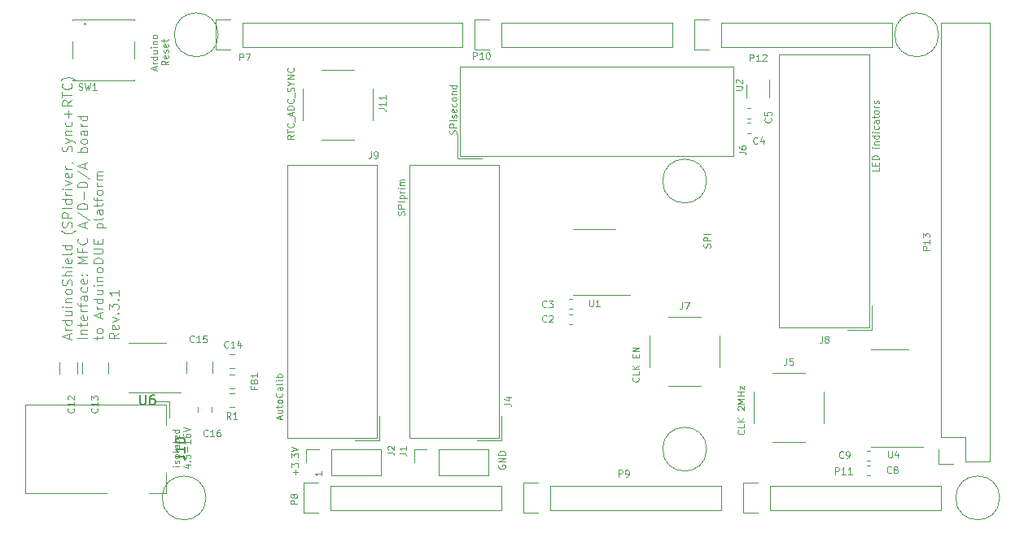
<source format=gbr>
%TF.GenerationSoftware,KiCad,Pcbnew,(5.1.2)-1*%
%TF.CreationDate,2020-09-11T17:40:03+02:00*%
%TF.ProjectId,ArduinoShield_SPIlinedriver_Sync_2V0,41726475-696e-46f5-9368-69656c645f53,3.1*%
%TF.SameCoordinates,Original*%
%TF.FileFunction,Legend,Top*%
%TF.FilePolarity,Positive*%
%FSLAX46Y46*%
G04 Gerber Fmt 4.6, Leading zero omitted, Abs format (unit mm)*
G04 Created by KiCad (PCBNEW (5.1.2)-1) date 2020-09-11 17:40:03*
%MOMM*%
%LPD*%
G04 APERTURE LIST*
%ADD10C,0.120000*%
%ADD11C,0.100000*%
%ADD12C,0.150000*%
G04 APERTURE END LIST*
D10*
X105381866Y-102550723D02*
X105381866Y-102074533D01*
X105667580Y-102645961D02*
X104667580Y-102312628D01*
X105667580Y-101979295D01*
X105667580Y-101645961D02*
X105000914Y-101645961D01*
X105191390Y-101645961D02*
X105096152Y-101598342D01*
X105048533Y-101550723D01*
X105000914Y-101455485D01*
X105000914Y-101360247D01*
X105667580Y-100598342D02*
X104667580Y-100598342D01*
X105619961Y-100598342D02*
X105667580Y-100693580D01*
X105667580Y-100884057D01*
X105619961Y-100979295D01*
X105572342Y-101026914D01*
X105477104Y-101074533D01*
X105191390Y-101074533D01*
X105096152Y-101026914D01*
X105048533Y-100979295D01*
X105000914Y-100884057D01*
X105000914Y-100693580D01*
X105048533Y-100598342D01*
X105000914Y-99693580D02*
X105667580Y-99693580D01*
X105000914Y-100122152D02*
X105524723Y-100122152D01*
X105619961Y-100074533D01*
X105667580Y-99979295D01*
X105667580Y-99836438D01*
X105619961Y-99741200D01*
X105572342Y-99693580D01*
X105667580Y-99217390D02*
X105000914Y-99217390D01*
X104667580Y-99217390D02*
X104715200Y-99265009D01*
X104762819Y-99217390D01*
X104715200Y-99169771D01*
X104667580Y-99217390D01*
X104762819Y-99217390D01*
X105000914Y-98741200D02*
X105667580Y-98741200D01*
X105096152Y-98741200D02*
X105048533Y-98693580D01*
X105000914Y-98598342D01*
X105000914Y-98455485D01*
X105048533Y-98360247D01*
X105143771Y-98312628D01*
X105667580Y-98312628D01*
X105667580Y-97693580D02*
X105619961Y-97788819D01*
X105572342Y-97836438D01*
X105477104Y-97884057D01*
X105191390Y-97884057D01*
X105096152Y-97836438D01*
X105048533Y-97788819D01*
X105000914Y-97693580D01*
X105000914Y-97550723D01*
X105048533Y-97455485D01*
X105096152Y-97407866D01*
X105191390Y-97360247D01*
X105477104Y-97360247D01*
X105572342Y-97407866D01*
X105619961Y-97455485D01*
X105667580Y-97550723D01*
X105667580Y-97693580D01*
X105619961Y-96979295D02*
X105667580Y-96836438D01*
X105667580Y-96598342D01*
X105619961Y-96503104D01*
X105572342Y-96455485D01*
X105477104Y-96407866D01*
X105381866Y-96407866D01*
X105286628Y-96455485D01*
X105239009Y-96503104D01*
X105191390Y-96598342D01*
X105143771Y-96788819D01*
X105096152Y-96884057D01*
X105048533Y-96931676D01*
X104953295Y-96979295D01*
X104858057Y-96979295D01*
X104762819Y-96931676D01*
X104715200Y-96884057D01*
X104667580Y-96788819D01*
X104667580Y-96550723D01*
X104715200Y-96407866D01*
X105667580Y-95979295D02*
X104667580Y-95979295D01*
X105667580Y-95550723D02*
X105143771Y-95550723D01*
X105048533Y-95598342D01*
X105000914Y-95693580D01*
X105000914Y-95836438D01*
X105048533Y-95931676D01*
X105096152Y-95979295D01*
X105667580Y-95074533D02*
X105000914Y-95074533D01*
X104667580Y-95074533D02*
X104715200Y-95122152D01*
X104762819Y-95074533D01*
X104715200Y-95026914D01*
X104667580Y-95074533D01*
X104762819Y-95074533D01*
X105619961Y-94217390D02*
X105667580Y-94312628D01*
X105667580Y-94503104D01*
X105619961Y-94598342D01*
X105524723Y-94645961D01*
X105143771Y-94645961D01*
X105048533Y-94598342D01*
X105000914Y-94503104D01*
X105000914Y-94312628D01*
X105048533Y-94217390D01*
X105143771Y-94169771D01*
X105239009Y-94169771D01*
X105334247Y-94645961D01*
X105667580Y-93598342D02*
X105619961Y-93693580D01*
X105524723Y-93741200D01*
X104667580Y-93741200D01*
X105667580Y-92788819D02*
X104667580Y-92788819D01*
X105619961Y-92788819D02*
X105667580Y-92884057D01*
X105667580Y-93074533D01*
X105619961Y-93169771D01*
X105572342Y-93217390D01*
X105477104Y-93265009D01*
X105191390Y-93265009D01*
X105096152Y-93217390D01*
X105048533Y-93169771D01*
X105000914Y-93074533D01*
X105000914Y-92884057D01*
X105048533Y-92788819D01*
X106048533Y-91265009D02*
X106000914Y-91312628D01*
X105858057Y-91407866D01*
X105762819Y-91455485D01*
X105619961Y-91503104D01*
X105381866Y-91550723D01*
X105191390Y-91550723D01*
X104953295Y-91503104D01*
X104810438Y-91455485D01*
X104715200Y-91407866D01*
X104572342Y-91312628D01*
X104524723Y-91265009D01*
X105619961Y-90931676D02*
X105667580Y-90788819D01*
X105667580Y-90550723D01*
X105619961Y-90455485D01*
X105572342Y-90407866D01*
X105477104Y-90360247D01*
X105381866Y-90360247D01*
X105286628Y-90407866D01*
X105239009Y-90455485D01*
X105191390Y-90550723D01*
X105143771Y-90741200D01*
X105096152Y-90836438D01*
X105048533Y-90884057D01*
X104953295Y-90931676D01*
X104858057Y-90931676D01*
X104762819Y-90884057D01*
X104715200Y-90836438D01*
X104667580Y-90741200D01*
X104667580Y-90503104D01*
X104715200Y-90360247D01*
X105667580Y-89931676D02*
X104667580Y-89931676D01*
X104667580Y-89550723D01*
X104715200Y-89455485D01*
X104762819Y-89407866D01*
X104858057Y-89360247D01*
X105000914Y-89360247D01*
X105096152Y-89407866D01*
X105143771Y-89455485D01*
X105191390Y-89550723D01*
X105191390Y-89931676D01*
X105667580Y-88931676D02*
X104667580Y-88931676D01*
X105667580Y-88026914D02*
X104667580Y-88026914D01*
X105619961Y-88026914D02*
X105667580Y-88122152D01*
X105667580Y-88312628D01*
X105619961Y-88407866D01*
X105572342Y-88455485D01*
X105477104Y-88503104D01*
X105191390Y-88503104D01*
X105096152Y-88455485D01*
X105048533Y-88407866D01*
X105000914Y-88312628D01*
X105000914Y-88122152D01*
X105048533Y-88026914D01*
X105667580Y-87550723D02*
X105000914Y-87550723D01*
X105191390Y-87550723D02*
X105096152Y-87503104D01*
X105048533Y-87455485D01*
X105000914Y-87360247D01*
X105000914Y-87265009D01*
X105667580Y-86931676D02*
X105000914Y-86931676D01*
X104667580Y-86931676D02*
X104715200Y-86979295D01*
X104762819Y-86931676D01*
X104715200Y-86884057D01*
X104667580Y-86931676D01*
X104762819Y-86931676D01*
X105000914Y-86550723D02*
X105667580Y-86312628D01*
X105000914Y-86074533D01*
X105619961Y-85312628D02*
X105667580Y-85407866D01*
X105667580Y-85598342D01*
X105619961Y-85693580D01*
X105524723Y-85741200D01*
X105143771Y-85741200D01*
X105048533Y-85693580D01*
X105000914Y-85598342D01*
X105000914Y-85407866D01*
X105048533Y-85312628D01*
X105143771Y-85265009D01*
X105239009Y-85265009D01*
X105334247Y-85741200D01*
X105667580Y-84836438D02*
X105000914Y-84836438D01*
X105191390Y-84836438D02*
X105096152Y-84788819D01*
X105048533Y-84741200D01*
X105000914Y-84645961D01*
X105000914Y-84550723D01*
X105619961Y-84169771D02*
X105667580Y-84169771D01*
X105762819Y-84217390D01*
X105810438Y-84265009D01*
X105619961Y-83026914D02*
X105667580Y-82884057D01*
X105667580Y-82645961D01*
X105619961Y-82550723D01*
X105572342Y-82503104D01*
X105477104Y-82455485D01*
X105381866Y-82455485D01*
X105286628Y-82503104D01*
X105239009Y-82550723D01*
X105191390Y-82645961D01*
X105143771Y-82836438D01*
X105096152Y-82931676D01*
X105048533Y-82979295D01*
X104953295Y-83026914D01*
X104858057Y-83026914D01*
X104762819Y-82979295D01*
X104715200Y-82931676D01*
X104667580Y-82836438D01*
X104667580Y-82598342D01*
X104715200Y-82455485D01*
X105000914Y-82122152D02*
X105667580Y-81884057D01*
X105000914Y-81645961D02*
X105667580Y-81884057D01*
X105905676Y-81979295D01*
X105953295Y-82026914D01*
X106000914Y-82122152D01*
X105000914Y-81265009D02*
X105667580Y-81265009D01*
X105096152Y-81265009D02*
X105048533Y-81217390D01*
X105000914Y-81122152D01*
X105000914Y-80979295D01*
X105048533Y-80884057D01*
X105143771Y-80836438D01*
X105667580Y-80836438D01*
X105619961Y-79931676D02*
X105667580Y-80026914D01*
X105667580Y-80217390D01*
X105619961Y-80312628D01*
X105572342Y-80360247D01*
X105477104Y-80407866D01*
X105191390Y-80407866D01*
X105096152Y-80360247D01*
X105048533Y-80312628D01*
X105000914Y-80217390D01*
X105000914Y-80026914D01*
X105048533Y-79931676D01*
X105286628Y-79503104D02*
X105286628Y-78741200D01*
X105667580Y-79122152D02*
X104905676Y-79122152D01*
X105667580Y-77693580D02*
X105191390Y-78026914D01*
X105667580Y-78265009D02*
X104667580Y-78265009D01*
X104667580Y-77884057D01*
X104715200Y-77788819D01*
X104762819Y-77741200D01*
X104858057Y-77693580D01*
X105000914Y-77693580D01*
X105096152Y-77741200D01*
X105143771Y-77788819D01*
X105191390Y-77884057D01*
X105191390Y-78265009D01*
X104667580Y-77407866D02*
X104667580Y-76836438D01*
X105667580Y-77122152D02*
X104667580Y-77122152D01*
X105572342Y-75931676D02*
X105619961Y-75979295D01*
X105667580Y-76122152D01*
X105667580Y-76217390D01*
X105619961Y-76360247D01*
X105524723Y-76455485D01*
X105429485Y-76503104D01*
X105239009Y-76550723D01*
X105096152Y-76550723D01*
X104905676Y-76503104D01*
X104810438Y-76455485D01*
X104715200Y-76360247D01*
X104667580Y-76217390D01*
X104667580Y-76122152D01*
X104715200Y-75979295D01*
X104762819Y-75931676D01*
X106048533Y-75598342D02*
X106000914Y-75550723D01*
X105858057Y-75455485D01*
X105762819Y-75407866D01*
X105619961Y-75360247D01*
X105381866Y-75312628D01*
X105191390Y-75312628D01*
X104953295Y-75360247D01*
X104810438Y-75407866D01*
X104715200Y-75455485D01*
X104572342Y-75550723D01*
X104524723Y-75598342D01*
X107287580Y-102503104D02*
X106287580Y-102503104D01*
X106620914Y-102026914D02*
X107287580Y-102026914D01*
X106716152Y-102026914D02*
X106668533Y-101979295D01*
X106620914Y-101884057D01*
X106620914Y-101741200D01*
X106668533Y-101645961D01*
X106763771Y-101598342D01*
X107287580Y-101598342D01*
X106620914Y-101265009D02*
X106620914Y-100884057D01*
X106287580Y-101122152D02*
X107144723Y-101122152D01*
X107239961Y-101074533D01*
X107287580Y-100979295D01*
X107287580Y-100884057D01*
X107239961Y-100169771D02*
X107287580Y-100265009D01*
X107287580Y-100455485D01*
X107239961Y-100550723D01*
X107144723Y-100598342D01*
X106763771Y-100598342D01*
X106668533Y-100550723D01*
X106620914Y-100455485D01*
X106620914Y-100265009D01*
X106668533Y-100169771D01*
X106763771Y-100122152D01*
X106859009Y-100122152D01*
X106954247Y-100598342D01*
X107287580Y-99693580D02*
X106620914Y-99693580D01*
X106811390Y-99693580D02*
X106716152Y-99645961D01*
X106668533Y-99598342D01*
X106620914Y-99503104D01*
X106620914Y-99407866D01*
X106620914Y-99217390D02*
X106620914Y-98836438D01*
X107287580Y-99074533D02*
X106430438Y-99074533D01*
X106335200Y-99026914D01*
X106287580Y-98931676D01*
X106287580Y-98836438D01*
X107287580Y-98074533D02*
X106763771Y-98074533D01*
X106668533Y-98122152D01*
X106620914Y-98217390D01*
X106620914Y-98407866D01*
X106668533Y-98503104D01*
X107239961Y-98074533D02*
X107287580Y-98169771D01*
X107287580Y-98407866D01*
X107239961Y-98503104D01*
X107144723Y-98550723D01*
X107049485Y-98550723D01*
X106954247Y-98503104D01*
X106906628Y-98407866D01*
X106906628Y-98169771D01*
X106859009Y-98074533D01*
X107239961Y-97169771D02*
X107287580Y-97265009D01*
X107287580Y-97455485D01*
X107239961Y-97550723D01*
X107192342Y-97598342D01*
X107097104Y-97645961D01*
X106811390Y-97645961D01*
X106716152Y-97598342D01*
X106668533Y-97550723D01*
X106620914Y-97455485D01*
X106620914Y-97265009D01*
X106668533Y-97169771D01*
X107239961Y-96360247D02*
X107287580Y-96455485D01*
X107287580Y-96645961D01*
X107239961Y-96741200D01*
X107144723Y-96788819D01*
X106763771Y-96788819D01*
X106668533Y-96741200D01*
X106620914Y-96645961D01*
X106620914Y-96455485D01*
X106668533Y-96360247D01*
X106763771Y-96312628D01*
X106859009Y-96312628D01*
X106954247Y-96788819D01*
X107192342Y-95884057D02*
X107239961Y-95836438D01*
X107287580Y-95884057D01*
X107239961Y-95931676D01*
X107192342Y-95884057D01*
X107287580Y-95884057D01*
X106668533Y-95884057D02*
X106716152Y-95836438D01*
X106763771Y-95884057D01*
X106716152Y-95931676D01*
X106668533Y-95884057D01*
X106763771Y-95884057D01*
X107287580Y-94645961D02*
X106287580Y-94645961D01*
X107001866Y-94312628D01*
X106287580Y-93979295D01*
X107287580Y-93979295D01*
X106763771Y-93169771D02*
X106763771Y-93503104D01*
X107287580Y-93503104D02*
X106287580Y-93503104D01*
X106287580Y-93026914D01*
X107192342Y-92074533D02*
X107239961Y-92122152D01*
X107287580Y-92265009D01*
X107287580Y-92360247D01*
X107239961Y-92503104D01*
X107144723Y-92598342D01*
X107049485Y-92645961D01*
X106859009Y-92693580D01*
X106716152Y-92693580D01*
X106525676Y-92645961D01*
X106430438Y-92598342D01*
X106335200Y-92503104D01*
X106287580Y-92360247D01*
X106287580Y-92265009D01*
X106335200Y-92122152D01*
X106382819Y-92074533D01*
X107001866Y-90931676D02*
X107001866Y-90455485D01*
X107287580Y-91026914D02*
X106287580Y-90693580D01*
X107287580Y-90360247D01*
X106239961Y-89312628D02*
X107525676Y-90169771D01*
X107287580Y-88979295D02*
X106287580Y-88979295D01*
X106287580Y-88741200D01*
X106335200Y-88598342D01*
X106430438Y-88503104D01*
X106525676Y-88455485D01*
X106716152Y-88407866D01*
X106859009Y-88407866D01*
X107049485Y-88455485D01*
X107144723Y-88503104D01*
X107239961Y-88598342D01*
X107287580Y-88741200D01*
X107287580Y-88979295D01*
X106906628Y-87979295D02*
X106906628Y-87217390D01*
X107287580Y-86741200D02*
X106287580Y-86741200D01*
X106287580Y-86503104D01*
X106335200Y-86360247D01*
X106430438Y-86265009D01*
X106525676Y-86217390D01*
X106716152Y-86169771D01*
X106859009Y-86169771D01*
X107049485Y-86217390D01*
X107144723Y-86265009D01*
X107239961Y-86360247D01*
X107287580Y-86503104D01*
X107287580Y-86741200D01*
X106239961Y-85026914D02*
X107525676Y-85884057D01*
X107001866Y-84741200D02*
X107001866Y-84265009D01*
X107287580Y-84836438D02*
X106287580Y-84503104D01*
X107287580Y-84169771D01*
X107287580Y-83074533D02*
X106287580Y-83074533D01*
X106668533Y-83074533D02*
X106620914Y-82979295D01*
X106620914Y-82788819D01*
X106668533Y-82693580D01*
X106716152Y-82645961D01*
X106811390Y-82598342D01*
X107097104Y-82598342D01*
X107192342Y-82645961D01*
X107239961Y-82693580D01*
X107287580Y-82788819D01*
X107287580Y-82979295D01*
X107239961Y-83074533D01*
X107287580Y-82026914D02*
X107239961Y-82122152D01*
X107192342Y-82169771D01*
X107097104Y-82217390D01*
X106811390Y-82217390D01*
X106716152Y-82169771D01*
X106668533Y-82122152D01*
X106620914Y-82026914D01*
X106620914Y-81884057D01*
X106668533Y-81788819D01*
X106716152Y-81741200D01*
X106811390Y-81693580D01*
X107097104Y-81693580D01*
X107192342Y-81741200D01*
X107239961Y-81788819D01*
X107287580Y-81884057D01*
X107287580Y-82026914D01*
X107287580Y-80836438D02*
X106763771Y-80836438D01*
X106668533Y-80884057D01*
X106620914Y-80979295D01*
X106620914Y-81169771D01*
X106668533Y-81265009D01*
X107239961Y-80836438D02*
X107287580Y-80931676D01*
X107287580Y-81169771D01*
X107239961Y-81265009D01*
X107144723Y-81312628D01*
X107049485Y-81312628D01*
X106954247Y-81265009D01*
X106906628Y-81169771D01*
X106906628Y-80931676D01*
X106859009Y-80836438D01*
X107287580Y-80360247D02*
X106620914Y-80360247D01*
X106811390Y-80360247D02*
X106716152Y-80312628D01*
X106668533Y-80265009D01*
X106620914Y-80169771D01*
X106620914Y-80074533D01*
X107287580Y-79312628D02*
X106287580Y-79312628D01*
X107239961Y-79312628D02*
X107287580Y-79407866D01*
X107287580Y-79598342D01*
X107239961Y-79693580D01*
X107192342Y-79741200D01*
X107097104Y-79788819D01*
X106811390Y-79788819D01*
X106716152Y-79741200D01*
X106668533Y-79693580D01*
X106620914Y-79598342D01*
X106620914Y-79407866D01*
X106668533Y-79312628D01*
X108240914Y-102645961D02*
X108240914Y-102265009D01*
X107907580Y-102503104D02*
X108764723Y-102503104D01*
X108859961Y-102455485D01*
X108907580Y-102360247D01*
X108907580Y-102265009D01*
X108907580Y-101788819D02*
X108859961Y-101884057D01*
X108812342Y-101931676D01*
X108717104Y-101979295D01*
X108431390Y-101979295D01*
X108336152Y-101931676D01*
X108288533Y-101884057D01*
X108240914Y-101788819D01*
X108240914Y-101645961D01*
X108288533Y-101550723D01*
X108336152Y-101503104D01*
X108431390Y-101455485D01*
X108717104Y-101455485D01*
X108812342Y-101503104D01*
X108859961Y-101550723D01*
X108907580Y-101645961D01*
X108907580Y-101788819D01*
X108621866Y-100312628D02*
X108621866Y-99836438D01*
X108907580Y-100407866D02*
X107907580Y-100074533D01*
X108907580Y-99741200D01*
X108907580Y-99407866D02*
X108240914Y-99407866D01*
X108431390Y-99407866D02*
X108336152Y-99360247D01*
X108288533Y-99312628D01*
X108240914Y-99217390D01*
X108240914Y-99122152D01*
X108907580Y-98360247D02*
X107907580Y-98360247D01*
X108859961Y-98360247D02*
X108907580Y-98455485D01*
X108907580Y-98645961D01*
X108859961Y-98741200D01*
X108812342Y-98788819D01*
X108717104Y-98836438D01*
X108431390Y-98836438D01*
X108336152Y-98788819D01*
X108288533Y-98741200D01*
X108240914Y-98645961D01*
X108240914Y-98455485D01*
X108288533Y-98360247D01*
X108240914Y-97455485D02*
X108907580Y-97455485D01*
X108240914Y-97884057D02*
X108764723Y-97884057D01*
X108859961Y-97836438D01*
X108907580Y-97741200D01*
X108907580Y-97598342D01*
X108859961Y-97503104D01*
X108812342Y-97455485D01*
X108907580Y-96979295D02*
X108240914Y-96979295D01*
X107907580Y-96979295D02*
X107955200Y-97026914D01*
X108002819Y-96979295D01*
X107955200Y-96931676D01*
X107907580Y-96979295D01*
X108002819Y-96979295D01*
X108240914Y-96503104D02*
X108907580Y-96503104D01*
X108336152Y-96503104D02*
X108288533Y-96455485D01*
X108240914Y-96360247D01*
X108240914Y-96217390D01*
X108288533Y-96122152D01*
X108383771Y-96074533D01*
X108907580Y-96074533D01*
X108907580Y-95455485D02*
X108859961Y-95550723D01*
X108812342Y-95598342D01*
X108717104Y-95645961D01*
X108431390Y-95645961D01*
X108336152Y-95598342D01*
X108288533Y-95550723D01*
X108240914Y-95455485D01*
X108240914Y-95312628D01*
X108288533Y-95217390D01*
X108336152Y-95169771D01*
X108431390Y-95122152D01*
X108717104Y-95122152D01*
X108812342Y-95169771D01*
X108859961Y-95217390D01*
X108907580Y-95312628D01*
X108907580Y-95455485D01*
X108907580Y-94693580D02*
X107907580Y-94693580D01*
X107907580Y-94455485D01*
X107955200Y-94312628D01*
X108050438Y-94217390D01*
X108145676Y-94169771D01*
X108336152Y-94122152D01*
X108479009Y-94122152D01*
X108669485Y-94169771D01*
X108764723Y-94217390D01*
X108859961Y-94312628D01*
X108907580Y-94455485D01*
X108907580Y-94693580D01*
X107907580Y-93693580D02*
X108717104Y-93693580D01*
X108812342Y-93645961D01*
X108859961Y-93598342D01*
X108907580Y-93503104D01*
X108907580Y-93312628D01*
X108859961Y-93217390D01*
X108812342Y-93169771D01*
X108717104Y-93122152D01*
X107907580Y-93122152D01*
X108383771Y-92645961D02*
X108383771Y-92312628D01*
X108907580Y-92169771D02*
X108907580Y-92645961D01*
X107907580Y-92645961D01*
X107907580Y-92169771D01*
X108240914Y-90979295D02*
X109240914Y-90979295D01*
X108288533Y-90979295D02*
X108240914Y-90884057D01*
X108240914Y-90693580D01*
X108288533Y-90598342D01*
X108336152Y-90550723D01*
X108431390Y-90503104D01*
X108717104Y-90503104D01*
X108812342Y-90550723D01*
X108859961Y-90598342D01*
X108907580Y-90693580D01*
X108907580Y-90884057D01*
X108859961Y-90979295D01*
X108907580Y-89931676D02*
X108859961Y-90026914D01*
X108764723Y-90074533D01*
X107907580Y-90074533D01*
X108907580Y-89122152D02*
X108383771Y-89122152D01*
X108288533Y-89169771D01*
X108240914Y-89265009D01*
X108240914Y-89455485D01*
X108288533Y-89550723D01*
X108859961Y-89122152D02*
X108907580Y-89217390D01*
X108907580Y-89455485D01*
X108859961Y-89550723D01*
X108764723Y-89598342D01*
X108669485Y-89598342D01*
X108574247Y-89550723D01*
X108526628Y-89455485D01*
X108526628Y-89217390D01*
X108479009Y-89122152D01*
X108240914Y-88788819D02*
X108240914Y-88407866D01*
X107907580Y-88645961D02*
X108764723Y-88645961D01*
X108859961Y-88598342D01*
X108907580Y-88503104D01*
X108907580Y-88407866D01*
X108240914Y-88217390D02*
X108240914Y-87836438D01*
X108907580Y-88074533D02*
X108050438Y-88074533D01*
X107955200Y-88026914D01*
X107907580Y-87931676D01*
X107907580Y-87836438D01*
X108907580Y-87360247D02*
X108859961Y-87455485D01*
X108812342Y-87503104D01*
X108717104Y-87550723D01*
X108431390Y-87550723D01*
X108336152Y-87503104D01*
X108288533Y-87455485D01*
X108240914Y-87360247D01*
X108240914Y-87217390D01*
X108288533Y-87122152D01*
X108336152Y-87074533D01*
X108431390Y-87026914D01*
X108717104Y-87026914D01*
X108812342Y-87074533D01*
X108859961Y-87122152D01*
X108907580Y-87217390D01*
X108907580Y-87360247D01*
X108907580Y-86598342D02*
X108240914Y-86598342D01*
X108431390Y-86598342D02*
X108336152Y-86550723D01*
X108288533Y-86503104D01*
X108240914Y-86407866D01*
X108240914Y-86312628D01*
X108907580Y-85979295D02*
X108240914Y-85979295D01*
X108336152Y-85979295D02*
X108288533Y-85931676D01*
X108240914Y-85836438D01*
X108240914Y-85693580D01*
X108288533Y-85598342D01*
X108383771Y-85550723D01*
X108907580Y-85550723D01*
X108383771Y-85550723D02*
X108288533Y-85503104D01*
X108240914Y-85407866D01*
X108240914Y-85265009D01*
X108288533Y-85169771D01*
X108383771Y-85122152D01*
X108907580Y-85122152D01*
X110527580Y-101931676D02*
X110051390Y-102265009D01*
X110527580Y-102503104D02*
X109527580Y-102503104D01*
X109527580Y-102122152D01*
X109575200Y-102026914D01*
X109622819Y-101979295D01*
X109718057Y-101931676D01*
X109860914Y-101931676D01*
X109956152Y-101979295D01*
X110003771Y-102026914D01*
X110051390Y-102122152D01*
X110051390Y-102503104D01*
X110479961Y-101122152D02*
X110527580Y-101217390D01*
X110527580Y-101407866D01*
X110479961Y-101503104D01*
X110384723Y-101550723D01*
X110003771Y-101550723D01*
X109908533Y-101503104D01*
X109860914Y-101407866D01*
X109860914Y-101217390D01*
X109908533Y-101122152D01*
X110003771Y-101074533D01*
X110099009Y-101074533D01*
X110194247Y-101550723D01*
X109860914Y-100741200D02*
X110527580Y-100503104D01*
X109860914Y-100265009D01*
X110432342Y-99884057D02*
X110479961Y-99836438D01*
X110527580Y-99884057D01*
X110479961Y-99931676D01*
X110432342Y-99884057D01*
X110527580Y-99884057D01*
X109527580Y-99503104D02*
X109527580Y-98884057D01*
X109908533Y-99217390D01*
X109908533Y-99074533D01*
X109956152Y-98979295D01*
X110003771Y-98931676D01*
X110099009Y-98884057D01*
X110337104Y-98884057D01*
X110432342Y-98931676D01*
X110479961Y-98979295D01*
X110527580Y-99074533D01*
X110527580Y-99360247D01*
X110479961Y-99455485D01*
X110432342Y-99503104D01*
X110432342Y-98455485D02*
X110479961Y-98407866D01*
X110527580Y-98455485D01*
X110479961Y-98503104D01*
X110432342Y-98455485D01*
X110527580Y-98455485D01*
X110527580Y-97455485D02*
X110527580Y-98026914D01*
X110527580Y-97741200D02*
X109527580Y-97741200D01*
X109670438Y-97836438D01*
X109765676Y-97931676D01*
X109813295Y-98026914D01*
D11*
X114349666Y-74524166D02*
X114349666Y-74190833D01*
X114549666Y-74590833D02*
X113849666Y-74357500D01*
X114549666Y-74124166D01*
X114549666Y-73890833D02*
X114083000Y-73890833D01*
X114216333Y-73890833D02*
X114149666Y-73857500D01*
X114116333Y-73824166D01*
X114083000Y-73757500D01*
X114083000Y-73690833D01*
X114549666Y-73157500D02*
X113849666Y-73157500D01*
X114516333Y-73157500D02*
X114549666Y-73224166D01*
X114549666Y-73357500D01*
X114516333Y-73424166D01*
X114483000Y-73457500D01*
X114416333Y-73490833D01*
X114216333Y-73490833D01*
X114149666Y-73457500D01*
X114116333Y-73424166D01*
X114083000Y-73357500D01*
X114083000Y-73224166D01*
X114116333Y-73157500D01*
X114083000Y-72524166D02*
X114549666Y-72524166D01*
X114083000Y-72824166D02*
X114449666Y-72824166D01*
X114516333Y-72790833D01*
X114549666Y-72724166D01*
X114549666Y-72624166D01*
X114516333Y-72557500D01*
X114483000Y-72524166D01*
X114549666Y-72190833D02*
X114083000Y-72190833D01*
X113849666Y-72190833D02*
X113883000Y-72224166D01*
X113916333Y-72190833D01*
X113883000Y-72157500D01*
X113849666Y-72190833D01*
X113916333Y-72190833D01*
X114083000Y-71857500D02*
X114549666Y-71857500D01*
X114149666Y-71857500D02*
X114116333Y-71824166D01*
X114083000Y-71757500D01*
X114083000Y-71657500D01*
X114116333Y-71590833D01*
X114183000Y-71557500D01*
X114549666Y-71557500D01*
X114549666Y-71124166D02*
X114516333Y-71190833D01*
X114483000Y-71224166D01*
X114416333Y-71257500D01*
X114216333Y-71257500D01*
X114149666Y-71224166D01*
X114116333Y-71190833D01*
X114083000Y-71124166D01*
X114083000Y-71024166D01*
X114116333Y-70957500D01*
X114149666Y-70924166D01*
X114216333Y-70890833D01*
X114416333Y-70890833D01*
X114483000Y-70924166D01*
X114516333Y-70957500D01*
X114549666Y-71024166D01*
X114549666Y-71124166D01*
X115699666Y-73574166D02*
X115366333Y-73807500D01*
X115699666Y-73974166D02*
X114999666Y-73974166D01*
X114999666Y-73707500D01*
X115033000Y-73640833D01*
X115066333Y-73607500D01*
X115133000Y-73574166D01*
X115233000Y-73574166D01*
X115299666Y-73607500D01*
X115333000Y-73640833D01*
X115366333Y-73707500D01*
X115366333Y-73974166D01*
X115666333Y-73007500D02*
X115699666Y-73074166D01*
X115699666Y-73207500D01*
X115666333Y-73274166D01*
X115599666Y-73307500D01*
X115333000Y-73307500D01*
X115266333Y-73274166D01*
X115233000Y-73207500D01*
X115233000Y-73074166D01*
X115266333Y-73007500D01*
X115333000Y-72974166D01*
X115399666Y-72974166D01*
X115466333Y-73307500D01*
X115666333Y-72707500D02*
X115699666Y-72640833D01*
X115699666Y-72507500D01*
X115666333Y-72440833D01*
X115599666Y-72407500D01*
X115566333Y-72407500D01*
X115499666Y-72440833D01*
X115466333Y-72507500D01*
X115466333Y-72607500D01*
X115433000Y-72674166D01*
X115366333Y-72707500D01*
X115333000Y-72707500D01*
X115266333Y-72674166D01*
X115233000Y-72607500D01*
X115233000Y-72507500D01*
X115266333Y-72440833D01*
X115666333Y-71840833D02*
X115699666Y-71907500D01*
X115699666Y-72040833D01*
X115666333Y-72107500D01*
X115599666Y-72140833D01*
X115333000Y-72140833D01*
X115266333Y-72107500D01*
X115233000Y-72040833D01*
X115233000Y-71907500D01*
X115266333Y-71840833D01*
X115333000Y-71807500D01*
X115399666Y-71807500D01*
X115466333Y-72140833D01*
X115233000Y-71607500D02*
X115233000Y-71340833D01*
X114999666Y-71507500D02*
X115599666Y-71507500D01*
X115666333Y-71474166D01*
X115699666Y-71407500D01*
X115699666Y-71340833D01*
X128777166Y-81324833D02*
X128443833Y-81558166D01*
X128777166Y-81724833D02*
X128077166Y-81724833D01*
X128077166Y-81458166D01*
X128110500Y-81391500D01*
X128143833Y-81358166D01*
X128210500Y-81324833D01*
X128310500Y-81324833D01*
X128377166Y-81358166D01*
X128410500Y-81391500D01*
X128443833Y-81458166D01*
X128443833Y-81724833D01*
X128077166Y-81124833D02*
X128077166Y-80724833D01*
X128777166Y-80924833D02*
X128077166Y-80924833D01*
X128710500Y-80091500D02*
X128743833Y-80124833D01*
X128777166Y-80224833D01*
X128777166Y-80291500D01*
X128743833Y-80391500D01*
X128677166Y-80458166D01*
X128610500Y-80491500D01*
X128477166Y-80524833D01*
X128377166Y-80524833D01*
X128243833Y-80491500D01*
X128177166Y-80458166D01*
X128110500Y-80391500D01*
X128077166Y-80291500D01*
X128077166Y-80224833D01*
X128110500Y-80124833D01*
X128143833Y-80091500D01*
X128843833Y-79958166D02*
X128843833Y-79424833D01*
X128577166Y-79291500D02*
X128577166Y-78958166D01*
X128777166Y-79358166D02*
X128077166Y-79124833D01*
X128777166Y-78891500D01*
X128777166Y-78658166D02*
X128077166Y-78658166D01*
X128077166Y-78491500D01*
X128110500Y-78391500D01*
X128177166Y-78324833D01*
X128243833Y-78291500D01*
X128377166Y-78258166D01*
X128477166Y-78258166D01*
X128610500Y-78291500D01*
X128677166Y-78324833D01*
X128743833Y-78391500D01*
X128777166Y-78491500D01*
X128777166Y-78658166D01*
X128710500Y-77558166D02*
X128743833Y-77591500D01*
X128777166Y-77691500D01*
X128777166Y-77758166D01*
X128743833Y-77858166D01*
X128677166Y-77924833D01*
X128610500Y-77958166D01*
X128477166Y-77991500D01*
X128377166Y-77991500D01*
X128243833Y-77958166D01*
X128177166Y-77924833D01*
X128110500Y-77858166D01*
X128077166Y-77758166D01*
X128077166Y-77691500D01*
X128110500Y-77591500D01*
X128143833Y-77558166D01*
X128843833Y-77424833D02*
X128843833Y-76891500D01*
X128743833Y-76758166D02*
X128777166Y-76658166D01*
X128777166Y-76491500D01*
X128743833Y-76424833D01*
X128710500Y-76391500D01*
X128643833Y-76358166D01*
X128577166Y-76358166D01*
X128510500Y-76391500D01*
X128477166Y-76424833D01*
X128443833Y-76491500D01*
X128410500Y-76624833D01*
X128377166Y-76691500D01*
X128343833Y-76724833D01*
X128277166Y-76758166D01*
X128210500Y-76758166D01*
X128143833Y-76724833D01*
X128110500Y-76691500D01*
X128077166Y-76624833D01*
X128077166Y-76458166D01*
X128110500Y-76358166D01*
X128443833Y-75924833D02*
X128777166Y-75924833D01*
X128077166Y-76158166D02*
X128443833Y-75924833D01*
X128077166Y-75691500D01*
X128777166Y-75458166D02*
X128077166Y-75458166D01*
X128777166Y-75058166D01*
X128077166Y-75058166D01*
X128710500Y-74324833D02*
X128743833Y-74358166D01*
X128777166Y-74458166D01*
X128777166Y-74524833D01*
X128743833Y-74624833D01*
X128677166Y-74691500D01*
X128610500Y-74724833D01*
X128477166Y-74758166D01*
X128377166Y-74758166D01*
X128243833Y-74724833D01*
X128177166Y-74691500D01*
X128110500Y-74624833D01*
X128077166Y-74524833D01*
X128077166Y-74458166D01*
X128110500Y-74358166D01*
X128143833Y-74324833D01*
X116835666Y-115835666D02*
X116369000Y-115835666D01*
X116135666Y-115835666D02*
X116169000Y-115869000D01*
X116202333Y-115835666D01*
X116169000Y-115802333D01*
X116135666Y-115835666D01*
X116202333Y-115835666D01*
X116802333Y-115535666D02*
X116835666Y-115469000D01*
X116835666Y-115335666D01*
X116802333Y-115269000D01*
X116735666Y-115235666D01*
X116702333Y-115235666D01*
X116635666Y-115269000D01*
X116602333Y-115335666D01*
X116602333Y-115435666D01*
X116569000Y-115502333D01*
X116502333Y-115535666D01*
X116469000Y-115535666D01*
X116402333Y-115502333D01*
X116369000Y-115435666D01*
X116369000Y-115335666D01*
X116402333Y-115269000D01*
X116835666Y-114835666D02*
X116802333Y-114902333D01*
X116769000Y-114935666D01*
X116702333Y-114969000D01*
X116502333Y-114969000D01*
X116435666Y-114935666D01*
X116402333Y-114902333D01*
X116369000Y-114835666D01*
X116369000Y-114735666D01*
X116402333Y-114669000D01*
X116435666Y-114635666D01*
X116502333Y-114602333D01*
X116702333Y-114602333D01*
X116769000Y-114635666D01*
X116802333Y-114669000D01*
X116835666Y-114735666D01*
X116835666Y-114835666D01*
X116835666Y-114202333D02*
X116802333Y-114269000D01*
X116735666Y-114302333D01*
X116135666Y-114302333D01*
X116835666Y-113635666D02*
X116469000Y-113635666D01*
X116402333Y-113669000D01*
X116369000Y-113735666D01*
X116369000Y-113869000D01*
X116402333Y-113935666D01*
X116802333Y-113635666D02*
X116835666Y-113702333D01*
X116835666Y-113869000D01*
X116802333Y-113935666D01*
X116735666Y-113969000D01*
X116669000Y-113969000D01*
X116602333Y-113935666D01*
X116569000Y-113869000D01*
X116569000Y-113702333D01*
X116535666Y-113635666D01*
X116369000Y-113402333D02*
X116369000Y-113135666D01*
X116135666Y-113302333D02*
X116735666Y-113302333D01*
X116802333Y-113269000D01*
X116835666Y-113202333D01*
X116835666Y-113135666D01*
X116802333Y-112635666D02*
X116835666Y-112702333D01*
X116835666Y-112835666D01*
X116802333Y-112902333D01*
X116735666Y-112935666D01*
X116469000Y-112935666D01*
X116402333Y-112902333D01*
X116369000Y-112835666D01*
X116369000Y-112702333D01*
X116402333Y-112635666D01*
X116469000Y-112602333D01*
X116535666Y-112602333D01*
X116602333Y-112935666D01*
X116835666Y-112002333D02*
X116135666Y-112002333D01*
X116802333Y-112002333D02*
X116835666Y-112069000D01*
X116835666Y-112202333D01*
X116802333Y-112269000D01*
X116769000Y-112302333D01*
X116702333Y-112335666D01*
X116502333Y-112335666D01*
X116435666Y-112302333D01*
X116402333Y-112269000D01*
X116369000Y-112202333D01*
X116369000Y-112069000D01*
X116402333Y-112002333D01*
X117519000Y-115685666D02*
X117985666Y-115685666D01*
X117252333Y-115852333D02*
X117752333Y-116019000D01*
X117752333Y-115585666D01*
X117919000Y-115319000D02*
X117952333Y-115285666D01*
X117985666Y-115319000D01*
X117952333Y-115352333D01*
X117919000Y-115319000D01*
X117985666Y-115319000D01*
X117285666Y-114652333D02*
X117285666Y-114985666D01*
X117619000Y-115019000D01*
X117585666Y-114985666D01*
X117552333Y-114919000D01*
X117552333Y-114752333D01*
X117585666Y-114685666D01*
X117619000Y-114652333D01*
X117685666Y-114619000D01*
X117852333Y-114619000D01*
X117919000Y-114652333D01*
X117952333Y-114685666D01*
X117985666Y-114752333D01*
X117985666Y-114919000D01*
X117952333Y-114985666D01*
X117919000Y-115019000D01*
X117719000Y-114319000D02*
X117719000Y-113785666D01*
X117985666Y-113085666D02*
X117985666Y-113485666D01*
X117985666Y-113285666D02*
X117285666Y-113285666D01*
X117385666Y-113352333D01*
X117452333Y-113419000D01*
X117485666Y-113485666D01*
X117285666Y-112485666D02*
X117285666Y-112619000D01*
X117319000Y-112685666D01*
X117352333Y-112719000D01*
X117452333Y-112785666D01*
X117585666Y-112819000D01*
X117852333Y-112819000D01*
X117919000Y-112785666D01*
X117952333Y-112752333D01*
X117985666Y-112685666D01*
X117985666Y-112552333D01*
X117952333Y-112485666D01*
X117919000Y-112452333D01*
X117852333Y-112419000D01*
X117685666Y-112419000D01*
X117619000Y-112452333D01*
X117585666Y-112485666D01*
X117552333Y-112552333D01*
X117552333Y-112685666D01*
X117585666Y-112752333D01*
X117619000Y-112785666D01*
X117685666Y-112819000D01*
X117285666Y-112219000D02*
X117985666Y-111985666D01*
X117285666Y-111752333D01*
X127370666Y-110892933D02*
X127370666Y-110559600D01*
X127570666Y-110959600D02*
X126870666Y-110726266D01*
X127570666Y-110492933D01*
X127104000Y-109959600D02*
X127570666Y-109959600D01*
X127104000Y-110259600D02*
X127470666Y-110259600D01*
X127537333Y-110226266D01*
X127570666Y-110159600D01*
X127570666Y-110059600D01*
X127537333Y-109992933D01*
X127504000Y-109959600D01*
X127104000Y-109726266D02*
X127104000Y-109459600D01*
X126870666Y-109626266D02*
X127470666Y-109626266D01*
X127537333Y-109592933D01*
X127570666Y-109526266D01*
X127570666Y-109459600D01*
X127570666Y-109126266D02*
X127537333Y-109192933D01*
X127504000Y-109226266D01*
X127437333Y-109259600D01*
X127237333Y-109259600D01*
X127170666Y-109226266D01*
X127137333Y-109192933D01*
X127104000Y-109126266D01*
X127104000Y-109026266D01*
X127137333Y-108959600D01*
X127170666Y-108926266D01*
X127237333Y-108892933D01*
X127437333Y-108892933D01*
X127504000Y-108926266D01*
X127537333Y-108959600D01*
X127570666Y-109026266D01*
X127570666Y-109126266D01*
X127504000Y-108192933D02*
X127537333Y-108226266D01*
X127570666Y-108326266D01*
X127570666Y-108392933D01*
X127537333Y-108492933D01*
X127470666Y-108559600D01*
X127404000Y-108592933D01*
X127270666Y-108626266D01*
X127170666Y-108626266D01*
X127037333Y-108592933D01*
X126970666Y-108559600D01*
X126904000Y-108492933D01*
X126870666Y-108392933D01*
X126870666Y-108326266D01*
X126904000Y-108226266D01*
X126937333Y-108192933D01*
X127570666Y-107592933D02*
X127204000Y-107592933D01*
X127137333Y-107626266D01*
X127104000Y-107692933D01*
X127104000Y-107826266D01*
X127137333Y-107892933D01*
X127537333Y-107592933D02*
X127570666Y-107659600D01*
X127570666Y-107826266D01*
X127537333Y-107892933D01*
X127470666Y-107926266D01*
X127404000Y-107926266D01*
X127337333Y-107892933D01*
X127304000Y-107826266D01*
X127304000Y-107659600D01*
X127270666Y-107592933D01*
X127570666Y-107159600D02*
X127537333Y-107226266D01*
X127470666Y-107259600D01*
X126870666Y-107259600D01*
X127570666Y-106892933D02*
X127104000Y-106892933D01*
X126870666Y-106892933D02*
X126904000Y-106926266D01*
X126937333Y-106892933D01*
X126904000Y-106859600D01*
X126870666Y-106892933D01*
X126937333Y-106892933D01*
X127570666Y-106559600D02*
X126870666Y-106559600D01*
X127137333Y-106559600D02*
X127104000Y-106492933D01*
X127104000Y-106359600D01*
X127137333Y-106292933D01*
X127170666Y-106259600D01*
X127237333Y-106226266D01*
X127437333Y-106226266D01*
X127504000Y-106259600D01*
X127537333Y-106292933D01*
X127570666Y-106359600D01*
X127570666Y-106492933D01*
X127537333Y-106559600D01*
X128967700Y-116703300D02*
X128967700Y-116169966D01*
X129234366Y-116436633D02*
X128701033Y-116436633D01*
X128534366Y-115903300D02*
X128534366Y-115469966D01*
X128801033Y-115703300D01*
X128801033Y-115603300D01*
X128834366Y-115536633D01*
X128867700Y-115503300D01*
X128934366Y-115469966D01*
X129101033Y-115469966D01*
X129167700Y-115503300D01*
X129201033Y-115536633D01*
X129234366Y-115603300D01*
X129234366Y-115803300D01*
X129201033Y-115869966D01*
X129167700Y-115903300D01*
X129167700Y-115169966D02*
X129201033Y-115136633D01*
X129234366Y-115169966D01*
X129201033Y-115203300D01*
X129167700Y-115169966D01*
X129234366Y-115169966D01*
X128534366Y-114903300D02*
X128534366Y-114469966D01*
X128801033Y-114703300D01*
X128801033Y-114603300D01*
X128834366Y-114536633D01*
X128867700Y-114503300D01*
X128934366Y-114469966D01*
X129101033Y-114469966D01*
X129167700Y-114503300D01*
X129201033Y-114536633D01*
X129234366Y-114603300D01*
X129234366Y-114803300D01*
X129201033Y-114869966D01*
X129167700Y-114903300D01*
X128534366Y-114269966D02*
X129234366Y-114036633D01*
X128534366Y-113803300D01*
X150094200Y-115709633D02*
X150060866Y-115776300D01*
X150060866Y-115876300D01*
X150094200Y-115976300D01*
X150160866Y-116042966D01*
X150227533Y-116076300D01*
X150360866Y-116109633D01*
X150460866Y-116109633D01*
X150594200Y-116076300D01*
X150660866Y-116042966D01*
X150727533Y-115976300D01*
X150760866Y-115876300D01*
X150760866Y-115809633D01*
X150727533Y-115709633D01*
X150694200Y-115676300D01*
X150460866Y-115676300D01*
X150460866Y-115809633D01*
X150760866Y-115376300D02*
X150060866Y-115376300D01*
X150760866Y-114976300D01*
X150060866Y-114976300D01*
X150760866Y-114642966D02*
X150060866Y-114642966D01*
X150060866Y-114476300D01*
X150094200Y-114376300D01*
X150160866Y-114309633D01*
X150227533Y-114276300D01*
X150360866Y-114242966D01*
X150460866Y-114242966D01*
X150594200Y-114276300D01*
X150660866Y-114309633D01*
X150727533Y-114376300D01*
X150760866Y-114476300D01*
X150760866Y-114642966D01*
X164588000Y-106573466D02*
X164621333Y-106606800D01*
X164654666Y-106706800D01*
X164654666Y-106773466D01*
X164621333Y-106873466D01*
X164554666Y-106940133D01*
X164488000Y-106973466D01*
X164354666Y-107006800D01*
X164254666Y-107006800D01*
X164121333Y-106973466D01*
X164054666Y-106940133D01*
X163988000Y-106873466D01*
X163954666Y-106773466D01*
X163954666Y-106706800D01*
X163988000Y-106606800D01*
X164021333Y-106573466D01*
X164654666Y-105940133D02*
X164654666Y-106273466D01*
X163954666Y-106273466D01*
X164654666Y-105706800D02*
X163954666Y-105706800D01*
X164654666Y-105306800D02*
X164254666Y-105606800D01*
X163954666Y-105306800D02*
X164354666Y-105706800D01*
X164288000Y-104473466D02*
X164288000Y-104240133D01*
X164654666Y-104140133D02*
X164654666Y-104473466D01*
X163954666Y-104473466D01*
X163954666Y-104140133D01*
X164654666Y-103840133D02*
X163954666Y-103840133D01*
X164654666Y-103440133D01*
X163954666Y-103440133D01*
X175560800Y-112048666D02*
X175594133Y-112082000D01*
X175627466Y-112182000D01*
X175627466Y-112248666D01*
X175594133Y-112348666D01*
X175527466Y-112415333D01*
X175460800Y-112448666D01*
X175327466Y-112482000D01*
X175227466Y-112482000D01*
X175094133Y-112448666D01*
X175027466Y-112415333D01*
X174960800Y-112348666D01*
X174927466Y-112248666D01*
X174927466Y-112182000D01*
X174960800Y-112082000D01*
X174994133Y-112048666D01*
X175627466Y-111415333D02*
X175627466Y-111748666D01*
X174927466Y-111748666D01*
X175627466Y-111182000D02*
X174927466Y-111182000D01*
X175627466Y-110782000D02*
X175227466Y-111082000D01*
X174927466Y-110782000D02*
X175327466Y-111182000D01*
X174994133Y-109982000D02*
X174960800Y-109948666D01*
X174927466Y-109882000D01*
X174927466Y-109715333D01*
X174960800Y-109648666D01*
X174994133Y-109615333D01*
X175060800Y-109582000D01*
X175127466Y-109582000D01*
X175227466Y-109615333D01*
X175627466Y-110015333D01*
X175627466Y-109582000D01*
X175627466Y-109282000D02*
X174927466Y-109282000D01*
X175427466Y-109048666D01*
X174927466Y-108815333D01*
X175627466Y-108815333D01*
X175627466Y-108482000D02*
X174927466Y-108482000D01*
X175260800Y-108482000D02*
X175260800Y-108082000D01*
X175627466Y-108082000D02*
X174927466Y-108082000D01*
X175160800Y-107815333D02*
X175160800Y-107448666D01*
X175627466Y-107815333D01*
X175627466Y-107448666D01*
X189610166Y-84723666D02*
X189610166Y-85057000D01*
X188910166Y-85057000D01*
X189243500Y-84490333D02*
X189243500Y-84257000D01*
X189610166Y-84157000D02*
X189610166Y-84490333D01*
X188910166Y-84490333D01*
X188910166Y-84157000D01*
X189610166Y-83857000D02*
X188910166Y-83857000D01*
X188910166Y-83690333D01*
X188943500Y-83590333D01*
X189010166Y-83523666D01*
X189076833Y-83490333D01*
X189210166Y-83457000D01*
X189310166Y-83457000D01*
X189443500Y-83490333D01*
X189510166Y-83523666D01*
X189576833Y-83590333D01*
X189610166Y-83690333D01*
X189610166Y-83857000D01*
X189610166Y-82623666D02*
X189143500Y-82623666D01*
X188910166Y-82623666D02*
X188943500Y-82657000D01*
X188976833Y-82623666D01*
X188943500Y-82590333D01*
X188910166Y-82623666D01*
X188976833Y-82623666D01*
X189143500Y-82290333D02*
X189610166Y-82290333D01*
X189210166Y-82290333D02*
X189176833Y-82257000D01*
X189143500Y-82190333D01*
X189143500Y-82090333D01*
X189176833Y-82023666D01*
X189243500Y-81990333D01*
X189610166Y-81990333D01*
X189610166Y-81357000D02*
X188910166Y-81357000D01*
X189576833Y-81357000D02*
X189610166Y-81423666D01*
X189610166Y-81557000D01*
X189576833Y-81623666D01*
X189543500Y-81657000D01*
X189476833Y-81690333D01*
X189276833Y-81690333D01*
X189210166Y-81657000D01*
X189176833Y-81623666D01*
X189143500Y-81557000D01*
X189143500Y-81423666D01*
X189176833Y-81357000D01*
X189610166Y-81023666D02*
X189143500Y-81023666D01*
X188910166Y-81023666D02*
X188943500Y-81057000D01*
X188976833Y-81023666D01*
X188943500Y-80990333D01*
X188910166Y-81023666D01*
X188976833Y-81023666D01*
X189576833Y-80390333D02*
X189610166Y-80457000D01*
X189610166Y-80590333D01*
X189576833Y-80657000D01*
X189543500Y-80690333D01*
X189476833Y-80723666D01*
X189276833Y-80723666D01*
X189210166Y-80690333D01*
X189176833Y-80657000D01*
X189143500Y-80590333D01*
X189143500Y-80457000D01*
X189176833Y-80390333D01*
X189610166Y-79790333D02*
X189243500Y-79790333D01*
X189176833Y-79823666D01*
X189143500Y-79890333D01*
X189143500Y-80023666D01*
X189176833Y-80090333D01*
X189576833Y-79790333D02*
X189610166Y-79857000D01*
X189610166Y-80023666D01*
X189576833Y-80090333D01*
X189510166Y-80123666D01*
X189443500Y-80123666D01*
X189376833Y-80090333D01*
X189343500Y-80023666D01*
X189343500Y-79857000D01*
X189310166Y-79790333D01*
X189143500Y-79557000D02*
X189143500Y-79290333D01*
X188910166Y-79457000D02*
X189510166Y-79457000D01*
X189576833Y-79423666D01*
X189610166Y-79357000D01*
X189610166Y-79290333D01*
X189610166Y-78957000D02*
X189576833Y-79023666D01*
X189543500Y-79057000D01*
X189476833Y-79090333D01*
X189276833Y-79090333D01*
X189210166Y-79057000D01*
X189176833Y-79023666D01*
X189143500Y-78957000D01*
X189143500Y-78857000D01*
X189176833Y-78790333D01*
X189210166Y-78757000D01*
X189276833Y-78723666D01*
X189476833Y-78723666D01*
X189543500Y-78757000D01*
X189576833Y-78790333D01*
X189610166Y-78857000D01*
X189610166Y-78957000D01*
X189610166Y-78423666D02*
X189143500Y-78423666D01*
X189276833Y-78423666D02*
X189210166Y-78390333D01*
X189176833Y-78357000D01*
X189143500Y-78290333D01*
X189143500Y-78223666D01*
X189576833Y-78023666D02*
X189610166Y-77957000D01*
X189610166Y-77823666D01*
X189576833Y-77757000D01*
X189510166Y-77723666D01*
X189476833Y-77723666D01*
X189410166Y-77757000D01*
X189376833Y-77823666D01*
X189376833Y-77923666D01*
X189343500Y-77990333D01*
X189276833Y-78023666D01*
X189243500Y-78023666D01*
X189176833Y-77990333D01*
X189143500Y-77923666D01*
X189143500Y-77823666D01*
X189176833Y-77757000D01*
X172050833Y-93045666D02*
X172084166Y-92945666D01*
X172084166Y-92779000D01*
X172050833Y-92712333D01*
X172017500Y-92679000D01*
X171950833Y-92645666D01*
X171884166Y-92645666D01*
X171817500Y-92679000D01*
X171784166Y-92712333D01*
X171750833Y-92779000D01*
X171717500Y-92912333D01*
X171684166Y-92979000D01*
X171650833Y-93012333D01*
X171584166Y-93045666D01*
X171517500Y-93045666D01*
X171450833Y-93012333D01*
X171417500Y-92979000D01*
X171384166Y-92912333D01*
X171384166Y-92745666D01*
X171417500Y-92645666D01*
X172084166Y-92345666D02*
X171384166Y-92345666D01*
X171384166Y-92079000D01*
X171417500Y-92012333D01*
X171450833Y-91979000D01*
X171517500Y-91945666D01*
X171617500Y-91945666D01*
X171684166Y-91979000D01*
X171717500Y-92012333D01*
X171750833Y-92079000D01*
X171750833Y-92345666D01*
X172084166Y-91645666D02*
X171384166Y-91645666D01*
X140237333Y-89665733D02*
X140270666Y-89565733D01*
X140270666Y-89399066D01*
X140237333Y-89332400D01*
X140204000Y-89299066D01*
X140137333Y-89265733D01*
X140070666Y-89265733D01*
X140004000Y-89299066D01*
X139970666Y-89332400D01*
X139937333Y-89399066D01*
X139904000Y-89532400D01*
X139870666Y-89599066D01*
X139837333Y-89632400D01*
X139770666Y-89665733D01*
X139704000Y-89665733D01*
X139637333Y-89632400D01*
X139604000Y-89599066D01*
X139570666Y-89532400D01*
X139570666Y-89365733D01*
X139604000Y-89265733D01*
X140270666Y-88965733D02*
X139570666Y-88965733D01*
X139570666Y-88699066D01*
X139604000Y-88632400D01*
X139637333Y-88599066D01*
X139704000Y-88565733D01*
X139804000Y-88565733D01*
X139870666Y-88599066D01*
X139904000Y-88632400D01*
X139937333Y-88699066D01*
X139937333Y-88965733D01*
X140270666Y-88265733D02*
X139570666Y-88265733D01*
X139804000Y-87932400D02*
X140504000Y-87932400D01*
X139837333Y-87932400D02*
X139804000Y-87865733D01*
X139804000Y-87732400D01*
X139837333Y-87665733D01*
X139870666Y-87632400D01*
X139937333Y-87599066D01*
X140137333Y-87599066D01*
X140204000Y-87632400D01*
X140237333Y-87665733D01*
X140270666Y-87732400D01*
X140270666Y-87865733D01*
X140237333Y-87932400D01*
X140270666Y-87299066D02*
X139804000Y-87299066D01*
X139937333Y-87299066D02*
X139870666Y-87265733D01*
X139837333Y-87232400D01*
X139804000Y-87165733D01*
X139804000Y-87099066D01*
X140270666Y-86865733D02*
X139804000Y-86865733D01*
X139570666Y-86865733D02*
X139604000Y-86899066D01*
X139637333Y-86865733D01*
X139604000Y-86832400D01*
X139570666Y-86865733D01*
X139637333Y-86865733D01*
X140270666Y-86532400D02*
X139804000Y-86532400D01*
X139870666Y-86532400D02*
X139837333Y-86499066D01*
X139804000Y-86432400D01*
X139804000Y-86332400D01*
X139837333Y-86265733D01*
X139904000Y-86232400D01*
X140270666Y-86232400D01*
X139904000Y-86232400D02*
X139837333Y-86199066D01*
X139804000Y-86132400D01*
X139804000Y-86032400D01*
X139837333Y-85965733D01*
X139904000Y-85932400D01*
X140270666Y-85932400D01*
X145647533Y-81201100D02*
X145680866Y-81101100D01*
X145680866Y-80934433D01*
X145647533Y-80867766D01*
X145614200Y-80834433D01*
X145547533Y-80801100D01*
X145480866Y-80801100D01*
X145414200Y-80834433D01*
X145380866Y-80867766D01*
X145347533Y-80934433D01*
X145314200Y-81067766D01*
X145280866Y-81134433D01*
X145247533Y-81167766D01*
X145180866Y-81201100D01*
X145114200Y-81201100D01*
X145047533Y-81167766D01*
X145014200Y-81134433D01*
X144980866Y-81067766D01*
X144980866Y-80901100D01*
X145014200Y-80801100D01*
X145680866Y-80501100D02*
X144980866Y-80501100D01*
X144980866Y-80234433D01*
X145014200Y-80167766D01*
X145047533Y-80134433D01*
X145114200Y-80101100D01*
X145214200Y-80101100D01*
X145280866Y-80134433D01*
X145314200Y-80167766D01*
X145347533Y-80234433D01*
X145347533Y-80501100D01*
X145680866Y-79801100D02*
X144980866Y-79801100D01*
X145647533Y-79501100D02*
X145680866Y-79434433D01*
X145680866Y-79301100D01*
X145647533Y-79234433D01*
X145580866Y-79201100D01*
X145547533Y-79201100D01*
X145480866Y-79234433D01*
X145447533Y-79301100D01*
X145447533Y-79401100D01*
X145414200Y-79467766D01*
X145347533Y-79501100D01*
X145314200Y-79501100D01*
X145247533Y-79467766D01*
X145214200Y-79401100D01*
X145214200Y-79301100D01*
X145247533Y-79234433D01*
X145647533Y-78634433D02*
X145680866Y-78701100D01*
X145680866Y-78834433D01*
X145647533Y-78901100D01*
X145580866Y-78934433D01*
X145314200Y-78934433D01*
X145247533Y-78901100D01*
X145214200Y-78834433D01*
X145214200Y-78701100D01*
X145247533Y-78634433D01*
X145314200Y-78601100D01*
X145380866Y-78601100D01*
X145447533Y-78934433D01*
X145647533Y-78001100D02*
X145680866Y-78067766D01*
X145680866Y-78201100D01*
X145647533Y-78267766D01*
X145614200Y-78301100D01*
X145547533Y-78334433D01*
X145347533Y-78334433D01*
X145280866Y-78301100D01*
X145247533Y-78267766D01*
X145214200Y-78201100D01*
X145214200Y-78067766D01*
X145247533Y-78001100D01*
X145680866Y-77601100D02*
X145647533Y-77667766D01*
X145614200Y-77701100D01*
X145547533Y-77734433D01*
X145347533Y-77734433D01*
X145280866Y-77701100D01*
X145247533Y-77667766D01*
X145214200Y-77601100D01*
X145214200Y-77501100D01*
X145247533Y-77434433D01*
X145280866Y-77401100D01*
X145347533Y-77367766D01*
X145547533Y-77367766D01*
X145614200Y-77401100D01*
X145647533Y-77434433D01*
X145680866Y-77501100D01*
X145680866Y-77601100D01*
X145214200Y-77067766D02*
X145680866Y-77067766D01*
X145280866Y-77067766D02*
X145247533Y-77034433D01*
X145214200Y-76967766D01*
X145214200Y-76867766D01*
X145247533Y-76801100D01*
X145314200Y-76767766D01*
X145680866Y-76767766D01*
X145680866Y-76134433D02*
X144980866Y-76134433D01*
X145647533Y-76134433D02*
X145680866Y-76201100D01*
X145680866Y-76334433D01*
X145647533Y-76401100D01*
X145614200Y-76434433D01*
X145547533Y-76467766D01*
X145347533Y-76467766D01*
X145280866Y-76434433D01*
X145247533Y-76401100D01*
X145214200Y-76334433D01*
X145214200Y-76201100D01*
X145247533Y-76134433D01*
X131634666Y-116386000D02*
X131634666Y-116786000D01*
X131634666Y-116586000D02*
X130934666Y-116586000D01*
X131034666Y-116652666D01*
X131101333Y-116719333D01*
X131134666Y-116786000D01*
D10*
X115503200Y-109395200D02*
X115503200Y-111495200D01*
X115803200Y-109095200D02*
X114203200Y-109095200D01*
X115803200Y-110795200D02*
X115803200Y-109095200D01*
X115503200Y-118595200D02*
X113703200Y-118595200D01*
X115503200Y-116495200D02*
X115503200Y-118595200D01*
X100803200Y-109395200D02*
X115503200Y-109395200D01*
X100803200Y-118595200D02*
X100803200Y-109395200D01*
X109303200Y-118595200D02*
X100803200Y-118595200D01*
D11*
X107166000Y-69740800D02*
G75*
G03X107166000Y-69740800I-100000J0D01*
G01*
X112166000Y-75640800D02*
X112166000Y-75540800D01*
X105766000Y-75640800D02*
X112166000Y-75640800D01*
X105766000Y-75540800D02*
X105766000Y-75640800D01*
X112166000Y-69240800D02*
X112166000Y-69340800D01*
X105766000Y-69240800D02*
X112166000Y-69240800D01*
X105766000Y-69340800D02*
X105766000Y-69240800D01*
X112166000Y-71540800D02*
X112166000Y-73340800D01*
X105766000Y-71540800D02*
X105766000Y-73340800D01*
X163770000Y-97988800D02*
X157795000Y-97988800D01*
X162245000Y-91088800D02*
X157795000Y-91088800D01*
X201168000Y-115316000D02*
X201168000Y-69596000D01*
X196088000Y-69596000D02*
X196088000Y-112776000D01*
X201168000Y-69596000D02*
X196088000Y-69596000D01*
X201168000Y-115316000D02*
X198628000Y-115316000D01*
X195808000Y-114046000D02*
X195808000Y-115596000D01*
X198628000Y-115316000D02*
X198628000Y-112776000D01*
X198628000Y-112776000D02*
X196088000Y-112776000D01*
X195808000Y-115596000D02*
X197358000Y-115596000D01*
X132588000Y-120396000D02*
X150368000Y-120396000D01*
X150368000Y-120396000D02*
X150368000Y-117856000D01*
X150368000Y-117856000D02*
X132588000Y-117856000D01*
X129768000Y-120676000D02*
X131318000Y-120676000D01*
X132588000Y-120396000D02*
X132588000Y-117856000D01*
X131318000Y-117576000D02*
X129768000Y-117576000D01*
X129768000Y-117576000D02*
X129768000Y-120676000D01*
X155448000Y-120396000D02*
X173228000Y-120396000D01*
X173228000Y-120396000D02*
X173228000Y-117856000D01*
X173228000Y-117856000D02*
X155448000Y-117856000D01*
X152628000Y-120676000D02*
X154178000Y-120676000D01*
X155448000Y-120396000D02*
X155448000Y-117856000D01*
X154178000Y-117576000D02*
X152628000Y-117576000D01*
X152628000Y-117576000D02*
X152628000Y-120676000D01*
X178308000Y-120396000D02*
X196088000Y-120396000D01*
X196088000Y-120396000D02*
X196088000Y-117856000D01*
X196088000Y-117856000D02*
X178308000Y-117856000D01*
X175488000Y-120676000D02*
X177038000Y-120676000D01*
X178308000Y-120396000D02*
X178308000Y-117856000D01*
X177038000Y-117576000D02*
X175488000Y-117576000D01*
X175488000Y-117576000D02*
X175488000Y-120676000D01*
X123444000Y-72136000D02*
X146304000Y-72136000D01*
X146304000Y-72136000D02*
X146304000Y-69596000D01*
X146304000Y-69596000D02*
X123444000Y-69596000D01*
X120624000Y-72416000D02*
X122174000Y-72416000D01*
X123444000Y-72136000D02*
X123444000Y-69596000D01*
X122174000Y-69316000D02*
X120624000Y-69316000D01*
X120624000Y-69316000D02*
X120624000Y-72416000D01*
X150368000Y-72136000D02*
X168148000Y-72136000D01*
X168148000Y-72136000D02*
X168148000Y-69596000D01*
X168148000Y-69596000D02*
X150368000Y-69596000D01*
X147548000Y-72416000D02*
X149098000Y-72416000D01*
X150368000Y-72136000D02*
X150368000Y-69596000D01*
X149098000Y-69316000D02*
X147548000Y-69316000D01*
X147548000Y-69316000D02*
X147548000Y-72416000D01*
X173228000Y-72136000D02*
X191008000Y-72136000D01*
X191008000Y-72136000D02*
X191008000Y-69596000D01*
X191008000Y-69596000D02*
X173228000Y-69596000D01*
X170408000Y-72416000D02*
X171958000Y-72416000D01*
X173228000Y-72136000D02*
X173228000Y-69596000D01*
X171958000Y-69316000D02*
X170408000Y-69316000D01*
X170408000Y-69316000D02*
X170408000Y-72416000D01*
X119634000Y-119126000D02*
G75*
G03X119634000Y-119126000I-2286000J0D01*
G01*
X171704000Y-114046000D02*
G75*
G03X171704000Y-114046000I-2286000J0D01*
G01*
X202184000Y-119126000D02*
G75*
G03X202184000Y-119126000I-2286000J0D01*
G01*
X120904000Y-70866000D02*
G75*
G03X120904000Y-70866000I-2286000J0D01*
G01*
X171704000Y-86106000D02*
G75*
G03X171704000Y-86106000I-2286000J0D01*
G01*
X195834000Y-70866000D02*
G75*
G03X195834000Y-70866000I-2286000J0D01*
G01*
X176628400Y-108068000D02*
X176628400Y-111388000D01*
X183848400Y-108068000D02*
X183848400Y-111388000D01*
X178578400Y-113338000D02*
X181898400Y-113338000D01*
X178578400Y-106118000D02*
X181898400Y-106118000D01*
X167758000Y-100276000D02*
X171078000Y-100276000D01*
X167758000Y-107496000D02*
X171078000Y-107496000D01*
X173028000Y-102226000D02*
X173028000Y-105546000D01*
X165808000Y-102226000D02*
X165808000Y-105546000D01*
X190754000Y-103652000D02*
X188804000Y-103652000D01*
X190754000Y-103652000D02*
X192704000Y-103652000D01*
X190754000Y-113772000D02*
X188804000Y-113772000D01*
X190754000Y-113772000D02*
X194204000Y-113772000D01*
X143878300Y-116760300D02*
X143878300Y-114100300D01*
X143878300Y-116760300D02*
X149018300Y-116760300D01*
X149018300Y-116760300D02*
X149018300Y-114100300D01*
X143878300Y-114100300D02*
X149018300Y-114100300D01*
X141278300Y-114100300D02*
X142608300Y-114100300D01*
X141278300Y-115430300D02*
X141278300Y-114100300D01*
X130051500Y-115430300D02*
X130051500Y-114100300D01*
X130051500Y-114100300D02*
X131381500Y-114100300D01*
X132651500Y-114100300D02*
X137791500Y-114100300D01*
X137791500Y-116760300D02*
X137791500Y-114100300D01*
X132651500Y-116760300D02*
X137791500Y-116760300D01*
X132651500Y-116760300D02*
X132651500Y-114100300D01*
X157693579Y-99417600D02*
X157368021Y-99417600D01*
X157693579Y-98397600D02*
X157368021Y-98397600D01*
X175935421Y-78547500D02*
X176260979Y-78547500D01*
X175935421Y-79567500D02*
X176260979Y-79567500D01*
X157693579Y-99972400D02*
X157368021Y-99972400D01*
X157693579Y-100992400D02*
X157368021Y-100992400D01*
X188681579Y-115216400D02*
X188356021Y-115216400D01*
X188681579Y-114196400D02*
X188356021Y-114196400D01*
X175935421Y-80071500D02*
X176260979Y-80071500D01*
X175935421Y-81091500D02*
X176260979Y-81091500D01*
X188681579Y-116740400D02*
X188356021Y-116740400D01*
X188681579Y-115720400D02*
X188356021Y-115720400D01*
X150365400Y-113143600D02*
X147825400Y-113143600D01*
X150365400Y-113143600D02*
X150365400Y-110603600D01*
X150115400Y-112893600D02*
X140765400Y-112893600D01*
X150115400Y-84413600D02*
X150115400Y-112893600D01*
X140765400Y-84413600D02*
X150115400Y-84413600D01*
X140765400Y-112893600D02*
X140765400Y-84413600D01*
X146034000Y-74166600D02*
X174514000Y-74166600D01*
X174514000Y-74166600D02*
X174514000Y-83516600D01*
X174514000Y-83516600D02*
X146034000Y-83516600D01*
X146034000Y-83516600D02*
X146034000Y-74166600D01*
X145784000Y-83766600D02*
X148324000Y-83766600D01*
X145784000Y-83766600D02*
X145784000Y-81226600D01*
X175878000Y-76020700D02*
X175878000Y-77420700D01*
X178198000Y-77420700D02*
X178198000Y-75520700D01*
X104423800Y-106199564D02*
X104423800Y-104995436D01*
X106243800Y-106199564D02*
X106243800Y-104995436D01*
X109487800Y-106202564D02*
X109487800Y-104998436D01*
X106767800Y-106202564D02*
X106767800Y-104998436D01*
X122610378Y-104192000D02*
X122093222Y-104192000D01*
X122610378Y-105612000D02*
X122093222Y-105612000D01*
X117613600Y-106148764D02*
X117613600Y-104944636D01*
X120333600Y-106148764D02*
X120333600Y-104944636D01*
X120229700Y-109647222D02*
X120229700Y-110164378D01*
X118809700Y-109647222D02*
X118809700Y-110164378D01*
X122042422Y-106262100D02*
X122559578Y-106262100D01*
X122042422Y-107682100D02*
X122559578Y-107682100D01*
X179271800Y-101400100D02*
X179271800Y-72920100D01*
X179271800Y-72920100D02*
X188621800Y-72920100D01*
X188621800Y-72920100D02*
X188621800Y-101400100D01*
X188621800Y-101400100D02*
X179271800Y-101400100D01*
X188871800Y-101650100D02*
X188871800Y-99110100D01*
X188871800Y-101650100D02*
X186331800Y-101650100D01*
X137665400Y-113143600D02*
X135125400Y-113143600D01*
X137665400Y-113143600D02*
X137665400Y-110603600D01*
X137415400Y-112893600D02*
X128065400Y-112893600D01*
X137415400Y-84413600D02*
X137415400Y-112893600D01*
X128065400Y-84413600D02*
X137415400Y-84413600D01*
X128065400Y-112893600D02*
X128065400Y-84413600D01*
X122572278Y-109650600D02*
X122055122Y-109650600D01*
X122572278Y-108230600D02*
X122055122Y-108230600D01*
X129727300Y-76495800D02*
X129727300Y-79815800D01*
X136947300Y-76495800D02*
X136947300Y-79815800D01*
X131677300Y-81765800D02*
X134997300Y-81765800D01*
X131677300Y-74545800D02*
X134997300Y-74545800D01*
D10*
X113538000Y-103002400D02*
X111588000Y-103002400D01*
X113538000Y-103002400D02*
X115488000Y-103002400D01*
X113538000Y-108122400D02*
X111588000Y-108122400D01*
X113538000Y-108122400D02*
X116988000Y-108122400D01*
D12*
X116455580Y-114804723D02*
X117169866Y-114804723D01*
X117312723Y-114852342D01*
X117407961Y-114947580D01*
X117455580Y-115090438D01*
X117455580Y-115185676D01*
X117455580Y-113804723D02*
X117455580Y-114376152D01*
X117455580Y-114090438D02*
X116455580Y-114090438D01*
X116598438Y-114185676D01*
X116693676Y-114280914D01*
X116741295Y-114376152D01*
X116455580Y-113185676D02*
X116455580Y-113090438D01*
X116503200Y-112995200D01*
X116550819Y-112947580D01*
X116646057Y-112899961D01*
X116836533Y-112852342D01*
X117074628Y-112852342D01*
X117265104Y-112899961D01*
X117360342Y-112947580D01*
X117407961Y-112995200D01*
X117455580Y-113090438D01*
X117455580Y-113185676D01*
X117407961Y-113280914D01*
X117360342Y-113328533D01*
X117265104Y-113376152D01*
X117074628Y-113423771D01*
X116836533Y-113423771D01*
X116646057Y-113376152D01*
X116550819Y-113328533D01*
X116503200Y-113280914D01*
X116455580Y-113185676D01*
D11*
X106381666Y-76577833D02*
X106481666Y-76611166D01*
X106648333Y-76611166D01*
X106715000Y-76577833D01*
X106748333Y-76544500D01*
X106781666Y-76477833D01*
X106781666Y-76411166D01*
X106748333Y-76344500D01*
X106715000Y-76311166D01*
X106648333Y-76277833D01*
X106515000Y-76244500D01*
X106448333Y-76211166D01*
X106415000Y-76177833D01*
X106381666Y-76111166D01*
X106381666Y-76044500D01*
X106415000Y-75977833D01*
X106448333Y-75944500D01*
X106515000Y-75911166D01*
X106681666Y-75911166D01*
X106781666Y-75944500D01*
X107015000Y-75911166D02*
X107181666Y-76611166D01*
X107315000Y-76111166D01*
X107448333Y-76611166D01*
X107615000Y-75911166D01*
X108248333Y-76611166D02*
X107848333Y-76611166D01*
X108048333Y-76611166D02*
X108048333Y-75911166D01*
X107981666Y-76011166D01*
X107915000Y-76077833D01*
X107848333Y-76111166D01*
X159486666Y-98455466D02*
X159486666Y-99022133D01*
X159520000Y-99088800D01*
X159553333Y-99122133D01*
X159620000Y-99155466D01*
X159753333Y-99155466D01*
X159820000Y-99122133D01*
X159853333Y-99088800D01*
X159886666Y-99022133D01*
X159886666Y-98455466D01*
X160586666Y-99155466D02*
X160186666Y-99155466D01*
X160386666Y-99155466D02*
X160386666Y-98455466D01*
X160320000Y-98555466D01*
X160253333Y-98622133D01*
X160186666Y-98655466D01*
X194880666Y-93306000D02*
X194180666Y-93306000D01*
X194180666Y-93039333D01*
X194214000Y-92972666D01*
X194247333Y-92939333D01*
X194314000Y-92906000D01*
X194414000Y-92906000D01*
X194480666Y-92939333D01*
X194514000Y-92972666D01*
X194547333Y-93039333D01*
X194547333Y-93306000D01*
X194880666Y-92239333D02*
X194880666Y-92639333D01*
X194880666Y-92439333D02*
X194180666Y-92439333D01*
X194280666Y-92506000D01*
X194347333Y-92572666D01*
X194380666Y-92639333D01*
X194180666Y-92006000D02*
X194180666Y-91572666D01*
X194447333Y-91806000D01*
X194447333Y-91706000D01*
X194480666Y-91639333D01*
X194514000Y-91606000D01*
X194580666Y-91572666D01*
X194747333Y-91572666D01*
X194814000Y-91606000D01*
X194847333Y-91639333D01*
X194880666Y-91706000D01*
X194880666Y-91906000D01*
X194847333Y-91972666D01*
X194814000Y-92006000D01*
X129132766Y-119769666D02*
X128432766Y-119769666D01*
X128432766Y-119503000D01*
X128466100Y-119436333D01*
X128499433Y-119403000D01*
X128566100Y-119369666D01*
X128666100Y-119369666D01*
X128732766Y-119403000D01*
X128766100Y-119436333D01*
X128799433Y-119503000D01*
X128799433Y-119769666D01*
X128732766Y-118969666D02*
X128699433Y-119036333D01*
X128666100Y-119069666D01*
X128599433Y-119103000D01*
X128566100Y-119103000D01*
X128499433Y-119069666D01*
X128466100Y-119036333D01*
X128432766Y-118969666D01*
X128432766Y-118836333D01*
X128466100Y-118769666D01*
X128499433Y-118736333D01*
X128566100Y-118703000D01*
X128599433Y-118703000D01*
X128666100Y-118736333D01*
X128699433Y-118769666D01*
X128732766Y-118836333D01*
X128732766Y-118969666D01*
X128766100Y-119036333D01*
X128799433Y-119069666D01*
X128866100Y-119103000D01*
X128999433Y-119103000D01*
X129066100Y-119069666D01*
X129099433Y-119036333D01*
X129132766Y-118969666D01*
X129132766Y-118836333D01*
X129099433Y-118769666D01*
X129066100Y-118736333D01*
X128999433Y-118703000D01*
X128866100Y-118703000D01*
X128799433Y-118736333D01*
X128766100Y-118769666D01*
X128732766Y-118836333D01*
X162551333Y-116902666D02*
X162551333Y-116202666D01*
X162818000Y-116202666D01*
X162884666Y-116236000D01*
X162918000Y-116269333D01*
X162951333Y-116336000D01*
X162951333Y-116436000D01*
X162918000Y-116502666D01*
X162884666Y-116536000D01*
X162818000Y-116569333D01*
X162551333Y-116569333D01*
X163284666Y-116902666D02*
X163418000Y-116902666D01*
X163484666Y-116869333D01*
X163518000Y-116836000D01*
X163584666Y-116736000D01*
X163618000Y-116602666D01*
X163618000Y-116336000D01*
X163584666Y-116269333D01*
X163551333Y-116236000D01*
X163484666Y-116202666D01*
X163351333Y-116202666D01*
X163284666Y-116236000D01*
X163251333Y-116269333D01*
X163218000Y-116336000D01*
X163218000Y-116502666D01*
X163251333Y-116569333D01*
X163284666Y-116602666D01*
X163351333Y-116636000D01*
X163484666Y-116636000D01*
X163551333Y-116602666D01*
X163584666Y-116569333D01*
X163618000Y-116502666D01*
X185078000Y-116648666D02*
X185078000Y-115948666D01*
X185344666Y-115948666D01*
X185411333Y-115982000D01*
X185444666Y-116015333D01*
X185478000Y-116082000D01*
X185478000Y-116182000D01*
X185444666Y-116248666D01*
X185411333Y-116282000D01*
X185344666Y-116315333D01*
X185078000Y-116315333D01*
X186144666Y-116648666D02*
X185744666Y-116648666D01*
X185944666Y-116648666D02*
X185944666Y-115948666D01*
X185878000Y-116048666D01*
X185811333Y-116115333D01*
X185744666Y-116148666D01*
X186811333Y-116648666D02*
X186411333Y-116648666D01*
X186611333Y-116648666D02*
X186611333Y-115948666D01*
X186544666Y-116048666D01*
X186478000Y-116115333D01*
X186411333Y-116148666D01*
X123117833Y-73532166D02*
X123117833Y-72832166D01*
X123384500Y-72832166D01*
X123451166Y-72865500D01*
X123484500Y-72898833D01*
X123517833Y-72965500D01*
X123517833Y-73065500D01*
X123484500Y-73132166D01*
X123451166Y-73165500D01*
X123384500Y-73198833D01*
X123117833Y-73198833D01*
X123751166Y-72832166D02*
X124217833Y-72832166D01*
X123917833Y-73532166D01*
X147422500Y-73405166D02*
X147422500Y-72705166D01*
X147689166Y-72705166D01*
X147755833Y-72738500D01*
X147789166Y-72771833D01*
X147822500Y-72838500D01*
X147822500Y-72938500D01*
X147789166Y-73005166D01*
X147755833Y-73038500D01*
X147689166Y-73071833D01*
X147422500Y-73071833D01*
X148489166Y-73405166D02*
X148089166Y-73405166D01*
X148289166Y-73405166D02*
X148289166Y-72705166D01*
X148222500Y-72805166D01*
X148155833Y-72871833D01*
X148089166Y-72905166D01*
X148922500Y-72705166D02*
X148989166Y-72705166D01*
X149055833Y-72738500D01*
X149089166Y-72771833D01*
X149122500Y-72838500D01*
X149155833Y-72971833D01*
X149155833Y-73138500D01*
X149122500Y-73271833D01*
X149089166Y-73338500D01*
X149055833Y-73371833D01*
X148989166Y-73405166D01*
X148922500Y-73405166D01*
X148855833Y-73371833D01*
X148822500Y-73338500D01*
X148789166Y-73271833D01*
X148755833Y-73138500D01*
X148755833Y-72971833D01*
X148789166Y-72838500D01*
X148822500Y-72771833D01*
X148855833Y-72738500D01*
X148922500Y-72705166D01*
X176188000Y-73595666D02*
X176188000Y-72895666D01*
X176454666Y-72895666D01*
X176521333Y-72929000D01*
X176554666Y-72962333D01*
X176588000Y-73029000D01*
X176588000Y-73129000D01*
X176554666Y-73195666D01*
X176521333Y-73229000D01*
X176454666Y-73262333D01*
X176188000Y-73262333D01*
X177254666Y-73595666D02*
X176854666Y-73595666D01*
X177054666Y-73595666D02*
X177054666Y-72895666D01*
X176988000Y-72995666D01*
X176921333Y-73062333D01*
X176854666Y-73095666D01*
X177521333Y-72962333D02*
X177554666Y-72929000D01*
X177621333Y-72895666D01*
X177788000Y-72895666D01*
X177854666Y-72929000D01*
X177888000Y-72962333D01*
X177921333Y-73029000D01*
X177921333Y-73095666D01*
X177888000Y-73195666D01*
X177488000Y-73595666D01*
X177921333Y-73595666D01*
X180005066Y-104594666D02*
X180005066Y-105094666D01*
X179971733Y-105194666D01*
X179905066Y-105261333D01*
X179805066Y-105294666D01*
X179738400Y-105294666D01*
X180671733Y-104594666D02*
X180338400Y-104594666D01*
X180305066Y-104928000D01*
X180338400Y-104894666D01*
X180405066Y-104861333D01*
X180571733Y-104861333D01*
X180638400Y-104894666D01*
X180671733Y-104928000D01*
X180705066Y-104994666D01*
X180705066Y-105161333D01*
X180671733Y-105228000D01*
X180638400Y-105261333D01*
X180571733Y-105294666D01*
X180405066Y-105294666D01*
X180338400Y-105261333D01*
X180305066Y-105228000D01*
X169184666Y-98752666D02*
X169184666Y-99252666D01*
X169151333Y-99352666D01*
X169084666Y-99419333D01*
X168984666Y-99452666D01*
X168918000Y-99452666D01*
X169451333Y-98752666D02*
X169918000Y-98752666D01*
X169618000Y-99452666D01*
X190576266Y-114228666D02*
X190576266Y-114795333D01*
X190609600Y-114862000D01*
X190642933Y-114895333D01*
X190709600Y-114928666D01*
X190842933Y-114928666D01*
X190909600Y-114895333D01*
X190942933Y-114862000D01*
X190976266Y-114795333D01*
X190976266Y-114228666D01*
X191609600Y-114462000D02*
X191609600Y-114928666D01*
X191442933Y-114195333D02*
X191276266Y-114695333D01*
X191709600Y-114695333D01*
X139735766Y-114457133D02*
X140235766Y-114457133D01*
X140335766Y-114490466D01*
X140402433Y-114557133D01*
X140435766Y-114657133D01*
X140435766Y-114723800D01*
X140435766Y-113757133D02*
X140435766Y-114157133D01*
X140435766Y-113957133D02*
X139735766Y-113957133D01*
X139835766Y-114023800D01*
X139902433Y-114090466D01*
X139935766Y-114157133D01*
X138516566Y-114419033D02*
X139016566Y-114419033D01*
X139116566Y-114452366D01*
X139183233Y-114519033D01*
X139216566Y-114619033D01*
X139216566Y-114685700D01*
X138583233Y-114119033D02*
X138549900Y-114085700D01*
X138516566Y-114019033D01*
X138516566Y-113852366D01*
X138549900Y-113785700D01*
X138583233Y-113752366D01*
X138649900Y-113719033D01*
X138716566Y-113719033D01*
X138816566Y-113752366D01*
X139216566Y-114152366D01*
X139216566Y-113719033D01*
X155026533Y-99208400D02*
X154993200Y-99241733D01*
X154893200Y-99275066D01*
X154826533Y-99275066D01*
X154726533Y-99241733D01*
X154659866Y-99175066D01*
X154626533Y-99108400D01*
X154593200Y-98975066D01*
X154593200Y-98875066D01*
X154626533Y-98741733D01*
X154659866Y-98675066D01*
X154726533Y-98608400D01*
X154826533Y-98575066D01*
X154893200Y-98575066D01*
X154993200Y-98608400D01*
X155026533Y-98641733D01*
X155259866Y-98575066D02*
X155693200Y-98575066D01*
X155459866Y-98841733D01*
X155559866Y-98841733D01*
X155626533Y-98875066D01*
X155659866Y-98908400D01*
X155693200Y-98975066D01*
X155693200Y-99141733D01*
X155659866Y-99208400D01*
X155626533Y-99241733D01*
X155559866Y-99275066D01*
X155359866Y-99275066D01*
X155293200Y-99241733D01*
X155259866Y-99208400D01*
X178367500Y-79555166D02*
X178400833Y-79588500D01*
X178434166Y-79688500D01*
X178434166Y-79755166D01*
X178400833Y-79855166D01*
X178334166Y-79921833D01*
X178267500Y-79955166D01*
X178134166Y-79988500D01*
X178034166Y-79988500D01*
X177900833Y-79955166D01*
X177834166Y-79921833D01*
X177767500Y-79855166D01*
X177734166Y-79755166D01*
X177734166Y-79688500D01*
X177767500Y-79588500D01*
X177800833Y-79555166D01*
X177734166Y-78921833D02*
X177734166Y-79255166D01*
X178067500Y-79288500D01*
X178034166Y-79255166D01*
X178000833Y-79188500D01*
X178000833Y-79021833D01*
X178034166Y-78955166D01*
X178067500Y-78921833D01*
X178134166Y-78888500D01*
X178300833Y-78888500D01*
X178367500Y-78921833D01*
X178400833Y-78955166D01*
X178434166Y-79021833D01*
X178434166Y-79188500D01*
X178400833Y-79255166D01*
X178367500Y-79288500D01*
X155026533Y-100732400D02*
X154993200Y-100765733D01*
X154893200Y-100799066D01*
X154826533Y-100799066D01*
X154726533Y-100765733D01*
X154659866Y-100699066D01*
X154626533Y-100632400D01*
X154593200Y-100499066D01*
X154593200Y-100399066D01*
X154626533Y-100265733D01*
X154659866Y-100199066D01*
X154726533Y-100132400D01*
X154826533Y-100099066D01*
X154893200Y-100099066D01*
X154993200Y-100132400D01*
X155026533Y-100165733D01*
X155293200Y-100165733D02*
X155326533Y-100132400D01*
X155393200Y-100099066D01*
X155559866Y-100099066D01*
X155626533Y-100132400D01*
X155659866Y-100165733D01*
X155693200Y-100232400D01*
X155693200Y-100299066D01*
X155659866Y-100399066D01*
X155259866Y-100799066D01*
X155693200Y-100799066D01*
X185912933Y-114905600D02*
X185879600Y-114938933D01*
X185779600Y-114972266D01*
X185712933Y-114972266D01*
X185612933Y-114938933D01*
X185546266Y-114872266D01*
X185512933Y-114805600D01*
X185479600Y-114672266D01*
X185479600Y-114572266D01*
X185512933Y-114438933D01*
X185546266Y-114372266D01*
X185612933Y-114305600D01*
X185712933Y-114272266D01*
X185779600Y-114272266D01*
X185879600Y-114305600D01*
X185912933Y-114338933D01*
X186246266Y-114972266D02*
X186379600Y-114972266D01*
X186446266Y-114938933D01*
X186479600Y-114905600D01*
X186546266Y-114805600D01*
X186579600Y-114672266D01*
X186579600Y-114405600D01*
X186546266Y-114338933D01*
X186512933Y-114305600D01*
X186446266Y-114272266D01*
X186312933Y-114272266D01*
X186246266Y-114305600D01*
X186212933Y-114338933D01*
X186179600Y-114405600D01*
X186179600Y-114572266D01*
X186212933Y-114638933D01*
X186246266Y-114672266D01*
X186312933Y-114705600D01*
X186446266Y-114705600D01*
X186512933Y-114672266D01*
X186546266Y-114638933D01*
X186579600Y-114572266D01*
X176984833Y-82165000D02*
X176951500Y-82198333D01*
X176851500Y-82231666D01*
X176784833Y-82231666D01*
X176684833Y-82198333D01*
X176618166Y-82131666D01*
X176584833Y-82065000D01*
X176551500Y-81931666D01*
X176551500Y-81831666D01*
X176584833Y-81698333D01*
X176618166Y-81631666D01*
X176684833Y-81565000D01*
X176784833Y-81531666D01*
X176851500Y-81531666D01*
X176951500Y-81565000D01*
X176984833Y-81598333D01*
X177584833Y-81765000D02*
X177584833Y-82231666D01*
X177418166Y-81498333D02*
X177251500Y-81998333D01*
X177684833Y-81998333D01*
X190891333Y-116480400D02*
X190858000Y-116513733D01*
X190758000Y-116547066D01*
X190691333Y-116547066D01*
X190591333Y-116513733D01*
X190524666Y-116447066D01*
X190491333Y-116380400D01*
X190458000Y-116247066D01*
X190458000Y-116147066D01*
X190491333Y-116013733D01*
X190524666Y-115947066D01*
X190591333Y-115880400D01*
X190691333Y-115847066D01*
X190758000Y-115847066D01*
X190858000Y-115880400D01*
X190891333Y-115913733D01*
X191291333Y-116147066D02*
X191224666Y-116113733D01*
X191191333Y-116080400D01*
X191158000Y-116013733D01*
X191158000Y-115980400D01*
X191191333Y-115913733D01*
X191224666Y-115880400D01*
X191291333Y-115847066D01*
X191424666Y-115847066D01*
X191491333Y-115880400D01*
X191524666Y-115913733D01*
X191558000Y-115980400D01*
X191558000Y-116013733D01*
X191524666Y-116080400D01*
X191491333Y-116113733D01*
X191424666Y-116147066D01*
X191291333Y-116147066D01*
X191224666Y-116180400D01*
X191191333Y-116213733D01*
X191158000Y-116280400D01*
X191158000Y-116413733D01*
X191191333Y-116480400D01*
X191224666Y-116513733D01*
X191291333Y-116547066D01*
X191424666Y-116547066D01*
X191491333Y-116513733D01*
X191524666Y-116480400D01*
X191558000Y-116413733D01*
X191558000Y-116280400D01*
X191524666Y-116213733D01*
X191491333Y-116180400D01*
X191424666Y-116147066D01*
X150645066Y-109300933D02*
X151145066Y-109300933D01*
X151245066Y-109334266D01*
X151311733Y-109400933D01*
X151345066Y-109500933D01*
X151345066Y-109567600D01*
X150878400Y-108667600D02*
X151345066Y-108667600D01*
X150611733Y-108834266D02*
X151111733Y-109000933D01*
X151111733Y-108567600D01*
X175079866Y-83088133D02*
X175579866Y-83088133D01*
X175679866Y-83121466D01*
X175746533Y-83188133D01*
X175779866Y-83288133D01*
X175779866Y-83354800D01*
X175079866Y-82454800D02*
X175079866Y-82588133D01*
X175113200Y-82654800D01*
X175146533Y-82688133D01*
X175246533Y-82754800D01*
X175379866Y-82788133D01*
X175646533Y-82788133D01*
X175713200Y-82754800D01*
X175746533Y-82721466D01*
X175779866Y-82654800D01*
X175779866Y-82521466D01*
X175746533Y-82454800D01*
X175713200Y-82421466D01*
X175646533Y-82388133D01*
X175479866Y-82388133D01*
X175413200Y-82421466D01*
X175379866Y-82454800D01*
X175346533Y-82521466D01*
X175346533Y-82654800D01*
X175379866Y-82721466D01*
X175413200Y-82754800D01*
X175479866Y-82788133D01*
X174711566Y-76606333D02*
X175278233Y-76606333D01*
X175344900Y-76573000D01*
X175378233Y-76539666D01*
X175411566Y-76473000D01*
X175411566Y-76339666D01*
X175378233Y-76273000D01*
X175344900Y-76239666D01*
X175278233Y-76206333D01*
X174711566Y-76206333D01*
X174778233Y-75906333D02*
X174744900Y-75873000D01*
X174711566Y-75806333D01*
X174711566Y-75639666D01*
X174744900Y-75573000D01*
X174778233Y-75539666D01*
X174844900Y-75506333D01*
X174911566Y-75506333D01*
X175011566Y-75539666D01*
X175411566Y-75939666D01*
X175411566Y-75506333D01*
X105850500Y-109791000D02*
X105883833Y-109824333D01*
X105917166Y-109924333D01*
X105917166Y-109991000D01*
X105883833Y-110091000D01*
X105817166Y-110157666D01*
X105750500Y-110191000D01*
X105617166Y-110224333D01*
X105517166Y-110224333D01*
X105383833Y-110191000D01*
X105317166Y-110157666D01*
X105250500Y-110091000D01*
X105217166Y-109991000D01*
X105217166Y-109924333D01*
X105250500Y-109824333D01*
X105283833Y-109791000D01*
X105917166Y-109124333D02*
X105917166Y-109524333D01*
X105917166Y-109324333D02*
X105217166Y-109324333D01*
X105317166Y-109391000D01*
X105383833Y-109457666D01*
X105417166Y-109524333D01*
X105283833Y-108857666D02*
X105250500Y-108824333D01*
X105217166Y-108757666D01*
X105217166Y-108591000D01*
X105250500Y-108524333D01*
X105283833Y-108491000D01*
X105350500Y-108457666D01*
X105417166Y-108457666D01*
X105517166Y-108491000D01*
X105917166Y-108891000D01*
X105917166Y-108457666D01*
X108301600Y-109797000D02*
X108334933Y-109830333D01*
X108368266Y-109930333D01*
X108368266Y-109997000D01*
X108334933Y-110097000D01*
X108268266Y-110163666D01*
X108201600Y-110197000D01*
X108068266Y-110230333D01*
X107968266Y-110230333D01*
X107834933Y-110197000D01*
X107768266Y-110163666D01*
X107701600Y-110097000D01*
X107668266Y-109997000D01*
X107668266Y-109930333D01*
X107701600Y-109830333D01*
X107734933Y-109797000D01*
X108368266Y-109130333D02*
X108368266Y-109530333D01*
X108368266Y-109330333D02*
X107668266Y-109330333D01*
X107768266Y-109397000D01*
X107834933Y-109463666D01*
X107868266Y-109530333D01*
X107668266Y-108897000D02*
X107668266Y-108463666D01*
X107934933Y-108697000D01*
X107934933Y-108597000D01*
X107968266Y-108530333D01*
X108001600Y-108497000D01*
X108068266Y-108463666D01*
X108234933Y-108463666D01*
X108301600Y-108497000D01*
X108334933Y-108530333D01*
X108368266Y-108597000D01*
X108368266Y-108797000D01*
X108334933Y-108863666D01*
X108301600Y-108897000D01*
X121952600Y-103399400D02*
X121919266Y-103432733D01*
X121819266Y-103466066D01*
X121752600Y-103466066D01*
X121652600Y-103432733D01*
X121585933Y-103366066D01*
X121552600Y-103299400D01*
X121519266Y-103166066D01*
X121519266Y-103066066D01*
X121552600Y-102932733D01*
X121585933Y-102866066D01*
X121652600Y-102799400D01*
X121752600Y-102766066D01*
X121819266Y-102766066D01*
X121919266Y-102799400D01*
X121952600Y-102832733D01*
X122619266Y-103466066D02*
X122219266Y-103466066D01*
X122419266Y-103466066D02*
X122419266Y-102766066D01*
X122352600Y-102866066D01*
X122285933Y-102932733D01*
X122219266Y-102966066D01*
X123219266Y-102999400D02*
X123219266Y-103466066D01*
X123052600Y-102732733D02*
X122885933Y-103232733D01*
X123319266Y-103232733D01*
X118371200Y-102853300D02*
X118337866Y-102886633D01*
X118237866Y-102919966D01*
X118171200Y-102919966D01*
X118071200Y-102886633D01*
X118004533Y-102819966D01*
X117971200Y-102753300D01*
X117937866Y-102619966D01*
X117937866Y-102519966D01*
X117971200Y-102386633D01*
X118004533Y-102319966D01*
X118071200Y-102253300D01*
X118171200Y-102219966D01*
X118237866Y-102219966D01*
X118337866Y-102253300D01*
X118371200Y-102286633D01*
X119037866Y-102919966D02*
X118637866Y-102919966D01*
X118837866Y-102919966D02*
X118837866Y-102219966D01*
X118771200Y-102319966D01*
X118704533Y-102386633D01*
X118637866Y-102419966D01*
X119671200Y-102219966D02*
X119337866Y-102219966D01*
X119304533Y-102553300D01*
X119337866Y-102519966D01*
X119404533Y-102486633D01*
X119571200Y-102486633D01*
X119637866Y-102519966D01*
X119671200Y-102553300D01*
X119704533Y-102619966D01*
X119704533Y-102786633D01*
X119671200Y-102853300D01*
X119637866Y-102886633D01*
X119571200Y-102919966D01*
X119404533Y-102919966D01*
X119337866Y-102886633D01*
X119304533Y-102853300D01*
X119806300Y-112657700D02*
X119772966Y-112691033D01*
X119672966Y-112724366D01*
X119606300Y-112724366D01*
X119506300Y-112691033D01*
X119439633Y-112624366D01*
X119406300Y-112557700D01*
X119372966Y-112424366D01*
X119372966Y-112324366D01*
X119406300Y-112191033D01*
X119439633Y-112124366D01*
X119506300Y-112057700D01*
X119606300Y-112024366D01*
X119672966Y-112024366D01*
X119772966Y-112057700D01*
X119806300Y-112091033D01*
X120472966Y-112724366D02*
X120072966Y-112724366D01*
X120272966Y-112724366D02*
X120272966Y-112024366D01*
X120206300Y-112124366D01*
X120139633Y-112191033D01*
X120072966Y-112224366D01*
X121072966Y-112024366D02*
X120939633Y-112024366D01*
X120872966Y-112057700D01*
X120839633Y-112091033D01*
X120772966Y-112191033D01*
X120739633Y-112324366D01*
X120739633Y-112591033D01*
X120772966Y-112657700D01*
X120806300Y-112691033D01*
X120872966Y-112724366D01*
X121006300Y-112724366D01*
X121072966Y-112691033D01*
X121106300Y-112657700D01*
X121139633Y-112591033D01*
X121139633Y-112424366D01*
X121106300Y-112357700D01*
X121072966Y-112324366D01*
X121006300Y-112291033D01*
X120872966Y-112291033D01*
X120806300Y-112324366D01*
X120772966Y-112357700D01*
X120739633Y-112424366D01*
X124613200Y-107555433D02*
X124613200Y-107788766D01*
X124979866Y-107788766D02*
X124279866Y-107788766D01*
X124279866Y-107455433D01*
X124613200Y-106955433D02*
X124646533Y-106855433D01*
X124679866Y-106822100D01*
X124746533Y-106788766D01*
X124846533Y-106788766D01*
X124913200Y-106822100D01*
X124946533Y-106855433D01*
X124979866Y-106922100D01*
X124979866Y-107188766D01*
X124279866Y-107188766D01*
X124279866Y-106955433D01*
X124313200Y-106888766D01*
X124346533Y-106855433D01*
X124413200Y-106822100D01*
X124479866Y-106822100D01*
X124546533Y-106855433D01*
X124579866Y-106888766D01*
X124613200Y-106955433D01*
X124613200Y-107188766D01*
X124979866Y-106122100D02*
X124979866Y-106522100D01*
X124979866Y-106322100D02*
X124279866Y-106322100D01*
X124379866Y-106388766D01*
X124446533Y-106455433D01*
X124479866Y-106522100D01*
X183713466Y-102270766D02*
X183713466Y-102770766D01*
X183680133Y-102870766D01*
X183613466Y-102937433D01*
X183513466Y-102970766D01*
X183446800Y-102970766D01*
X184146800Y-102570766D02*
X184080133Y-102537433D01*
X184046800Y-102504100D01*
X184013466Y-102437433D01*
X184013466Y-102404100D01*
X184046800Y-102337433D01*
X184080133Y-102304100D01*
X184146800Y-102270766D01*
X184280133Y-102270766D01*
X184346800Y-102304100D01*
X184380133Y-102337433D01*
X184413466Y-102404100D01*
X184413466Y-102437433D01*
X184380133Y-102504100D01*
X184346800Y-102537433D01*
X184280133Y-102570766D01*
X184146800Y-102570766D01*
X184080133Y-102604100D01*
X184046800Y-102637433D01*
X184013466Y-102704100D01*
X184013466Y-102837433D01*
X184046800Y-102904100D01*
X184080133Y-102937433D01*
X184146800Y-102970766D01*
X184280133Y-102970766D01*
X184346800Y-102937433D01*
X184380133Y-102904100D01*
X184413466Y-102837433D01*
X184413466Y-102704100D01*
X184380133Y-102637433D01*
X184346800Y-102604100D01*
X184280133Y-102570766D01*
X136786966Y-83030266D02*
X136786966Y-83530266D01*
X136753633Y-83630266D01*
X136686966Y-83696933D01*
X136586966Y-83730266D01*
X136520300Y-83730266D01*
X137153633Y-83730266D02*
X137286966Y-83730266D01*
X137353633Y-83696933D01*
X137386966Y-83663600D01*
X137453633Y-83563600D01*
X137486966Y-83430266D01*
X137486966Y-83163600D01*
X137453633Y-83096933D01*
X137420300Y-83063600D01*
X137353633Y-83030266D01*
X137220300Y-83030266D01*
X137153633Y-83063600D01*
X137120300Y-83096933D01*
X137086966Y-83163600D01*
X137086966Y-83330266D01*
X137120300Y-83396933D01*
X137153633Y-83430266D01*
X137220300Y-83463600D01*
X137353633Y-83463600D01*
X137420300Y-83430266D01*
X137453633Y-83396933D01*
X137486966Y-83330266D01*
X122197033Y-110907266D02*
X121963700Y-110573933D01*
X121797033Y-110907266D02*
X121797033Y-110207266D01*
X122063700Y-110207266D01*
X122130366Y-110240600D01*
X122163700Y-110273933D01*
X122197033Y-110340600D01*
X122197033Y-110440600D01*
X122163700Y-110507266D01*
X122130366Y-110540600D01*
X122063700Y-110573933D01*
X121797033Y-110573933D01*
X122863700Y-110907266D02*
X122463700Y-110907266D01*
X122663700Y-110907266D02*
X122663700Y-110207266D01*
X122597033Y-110307266D01*
X122530366Y-110373933D01*
X122463700Y-110407266D01*
X137602166Y-78544666D02*
X138102166Y-78544666D01*
X138202166Y-78578000D01*
X138268833Y-78644666D01*
X138302166Y-78744666D01*
X138302166Y-78811333D01*
X138302166Y-77844666D02*
X138302166Y-78244666D01*
X138302166Y-78044666D02*
X137602166Y-78044666D01*
X137702166Y-78111333D01*
X137768833Y-78178000D01*
X137802166Y-78244666D01*
X138302166Y-77178000D02*
X138302166Y-77578000D01*
X138302166Y-77378000D02*
X137602166Y-77378000D01*
X137702166Y-77444666D01*
X137768833Y-77511333D01*
X137802166Y-77578000D01*
D12*
X112776095Y-108414780D02*
X112776095Y-109224304D01*
X112823714Y-109319542D01*
X112871333Y-109367161D01*
X112966571Y-109414780D01*
X113157047Y-109414780D01*
X113252285Y-109367161D01*
X113299904Y-109319542D01*
X113347523Y-109224304D01*
X113347523Y-108414780D01*
X114252285Y-108414780D02*
X114061809Y-108414780D01*
X113966571Y-108462400D01*
X113918952Y-108510019D01*
X113823714Y-108652876D01*
X113776095Y-108843352D01*
X113776095Y-109224304D01*
X113823714Y-109319542D01*
X113871333Y-109367161D01*
X113966571Y-109414780D01*
X114157047Y-109414780D01*
X114252285Y-109367161D01*
X114299904Y-109319542D01*
X114347523Y-109224304D01*
X114347523Y-108986209D01*
X114299904Y-108890971D01*
X114252285Y-108843352D01*
X114157047Y-108795733D01*
X113966571Y-108795733D01*
X113871333Y-108843352D01*
X113823714Y-108890971D01*
X113776095Y-108986209D01*
M02*

</source>
